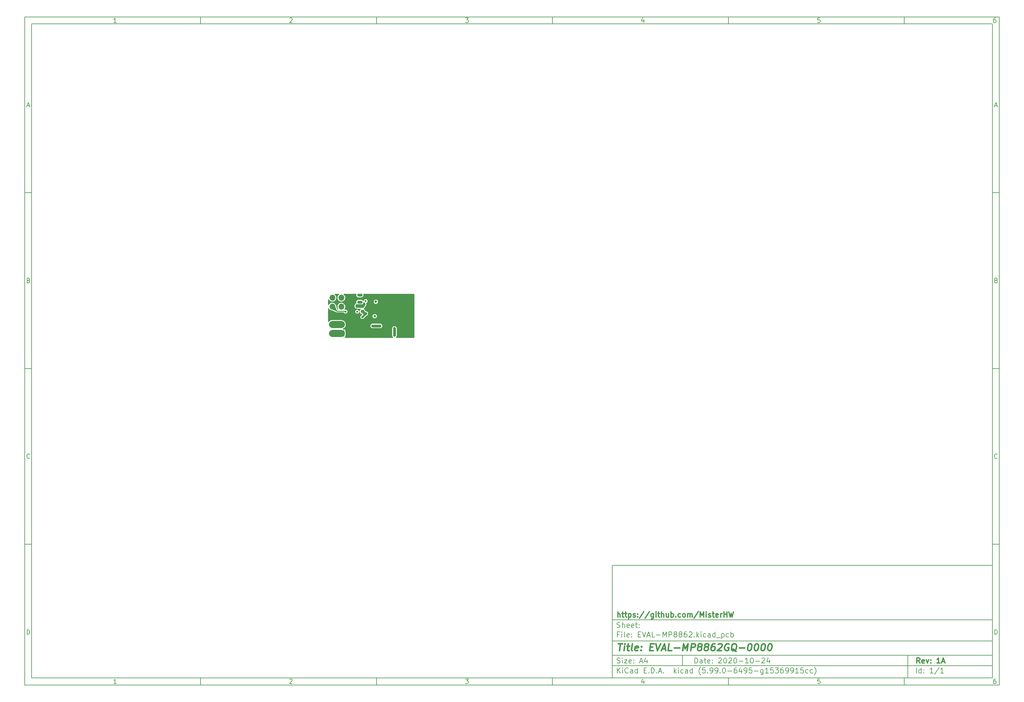
<source format=gbr>
G04 #@! TF.GenerationSoftware,KiCad,Pcbnew,(5.99.0-6495-g15369915cc)*
G04 #@! TF.CreationDate,2020-10-24T18:43:56+02:00*
G04 #@! TF.ProjectId,EVAL-MP8862,4556414c-2d4d-4503-9838-36322e6b6963,1A*
G04 #@! TF.SameCoordinates,Original*
G04 #@! TF.FileFunction,Copper,L4,Bot*
G04 #@! TF.FilePolarity,Positive*
%FSLAX46Y46*%
G04 Gerber Fmt 4.6, Leading zero omitted, Abs format (unit mm)*
G04 Created by KiCad (PCBNEW (5.99.0-6495-g15369915cc)) date 2020-10-24 18:43:56*
%MOMM*%
%LPD*%
G01*
G04 APERTURE LIST*
G04 Aperture macros list*
%AMRoundRect*
0 Rectangle with rounded corners*
0 $1 Rounding radius*
0 $2 $3 $4 $5 $6 $7 $8 $9 X,Y pos of 4 corners*
0 Add a 4 corners polygon primitive as box body*
4,1,4,$2,$3,$4,$5,$6,$7,$8,$9,$2,$3,0*
0 Add four circle primitives for the rounded corners*
1,1,$1+$1,$2,$3,0*
1,1,$1+$1,$4,$5,0*
1,1,$1+$1,$6,$7,0*
1,1,$1+$1,$8,$9,0*
0 Add four rect primitives between the rounded corners*
20,1,$1+$1,$2,$3,$4,$5,0*
20,1,$1+$1,$4,$5,$6,$7,0*
20,1,$1+$1,$6,$7,$8,$9,0*
20,1,$1+$1,$8,$9,$2,$3,0*%
G04 Aperture macros list end*
%ADD10C,0.100000*%
%ADD11C,0.150000*%
%ADD12C,0.300000*%
%ADD13C,0.400000*%
G04 #@! TA.AperFunction,ComponentPad*
%ADD14R,1.700000X1.700000*%
G04 #@! TD*
G04 #@! TA.AperFunction,ComponentPad*
%ADD15O,1.700000X1.700000*%
G04 #@! TD*
G04 #@! TA.AperFunction,SMDPad,CuDef*
%ADD16RoundRect,0.218750X0.218750X0.256250X-0.218750X0.256250X-0.218750X-0.256250X0.218750X-0.256250X0*%
G04 #@! TD*
G04 #@! TA.AperFunction,SMDPad,CuDef*
%ADD17RoundRect,0.218750X0.256250X-0.218750X0.256250X0.218750X-0.256250X0.218750X-0.256250X-0.218750X0*%
G04 #@! TD*
G04 #@! TA.AperFunction,ViaPad*
%ADD18C,0.700000*%
G04 #@! TD*
G04 #@! TA.AperFunction,ViaPad*
%ADD19C,0.800000*%
G04 #@! TD*
G04 #@! TA.AperFunction,ViaPad*
%ADD20C,0.600000*%
G04 #@! TD*
G04 #@! TA.AperFunction,Conductor*
%ADD21C,1.500000*%
G04 #@! TD*
G04 #@! TA.AperFunction,Conductor*
%ADD22C,0.800000*%
G04 #@! TD*
G04 #@! TA.AperFunction,Conductor*
%ADD23C,2.000000*%
G04 #@! TD*
G04 #@! TA.AperFunction,Conductor*
%ADD24C,0.250000*%
G04 #@! TD*
G04 #@! TA.AperFunction,Conductor*
%ADD25C,0.600000*%
G04 #@! TD*
G04 #@! TA.AperFunction,Conductor*
%ADD26C,1.000000*%
G04 #@! TD*
G04 APERTURE END LIST*
D10*
D11*
X177002200Y-166007200D02*
X177002200Y-198007200D01*
X285002200Y-198007200D01*
X285002200Y-166007200D01*
X177002200Y-166007200D01*
D10*
D11*
X10000000Y-10000000D02*
X10000000Y-200007200D01*
X287002200Y-200007200D01*
X287002200Y-10000000D01*
X10000000Y-10000000D01*
D10*
D11*
X12000000Y-12000000D02*
X12000000Y-198007200D01*
X285002200Y-198007200D01*
X285002200Y-12000000D01*
X12000000Y-12000000D01*
D10*
D11*
X60000000Y-12000000D02*
X60000000Y-10000000D01*
D10*
D11*
X110000000Y-12000000D02*
X110000000Y-10000000D01*
D10*
D11*
X160000000Y-12000000D02*
X160000000Y-10000000D01*
D10*
D11*
X210000000Y-12000000D02*
X210000000Y-10000000D01*
D10*
D11*
X260000000Y-12000000D02*
X260000000Y-10000000D01*
D10*
D11*
X36065476Y-11588095D02*
X35322619Y-11588095D01*
X35694047Y-11588095D02*
X35694047Y-10288095D01*
X35570238Y-10473809D01*
X35446428Y-10597619D01*
X35322619Y-10659523D01*
D10*
D11*
X85322619Y-10411904D02*
X85384523Y-10350000D01*
X85508333Y-10288095D01*
X85817857Y-10288095D01*
X85941666Y-10350000D01*
X86003571Y-10411904D01*
X86065476Y-10535714D01*
X86065476Y-10659523D01*
X86003571Y-10845238D01*
X85260714Y-11588095D01*
X86065476Y-11588095D01*
D10*
D11*
X135260714Y-10288095D02*
X136065476Y-10288095D01*
X135632142Y-10783333D01*
X135817857Y-10783333D01*
X135941666Y-10845238D01*
X136003571Y-10907142D01*
X136065476Y-11030952D01*
X136065476Y-11340476D01*
X136003571Y-11464285D01*
X135941666Y-11526190D01*
X135817857Y-11588095D01*
X135446428Y-11588095D01*
X135322619Y-11526190D01*
X135260714Y-11464285D01*
D10*
D11*
X185941666Y-10721428D02*
X185941666Y-11588095D01*
X185632142Y-10226190D02*
X185322619Y-11154761D01*
X186127380Y-11154761D01*
D10*
D11*
X236003571Y-10288095D02*
X235384523Y-10288095D01*
X235322619Y-10907142D01*
X235384523Y-10845238D01*
X235508333Y-10783333D01*
X235817857Y-10783333D01*
X235941666Y-10845238D01*
X236003571Y-10907142D01*
X236065476Y-11030952D01*
X236065476Y-11340476D01*
X236003571Y-11464285D01*
X235941666Y-11526190D01*
X235817857Y-11588095D01*
X235508333Y-11588095D01*
X235384523Y-11526190D01*
X235322619Y-11464285D01*
D10*
D11*
X285941666Y-10288095D02*
X285694047Y-10288095D01*
X285570238Y-10350000D01*
X285508333Y-10411904D01*
X285384523Y-10597619D01*
X285322619Y-10845238D01*
X285322619Y-11340476D01*
X285384523Y-11464285D01*
X285446428Y-11526190D01*
X285570238Y-11588095D01*
X285817857Y-11588095D01*
X285941666Y-11526190D01*
X286003571Y-11464285D01*
X286065476Y-11340476D01*
X286065476Y-11030952D01*
X286003571Y-10907142D01*
X285941666Y-10845238D01*
X285817857Y-10783333D01*
X285570238Y-10783333D01*
X285446428Y-10845238D01*
X285384523Y-10907142D01*
X285322619Y-11030952D01*
D10*
D11*
X60000000Y-198007200D02*
X60000000Y-200007200D01*
D10*
D11*
X110000000Y-198007200D02*
X110000000Y-200007200D01*
D10*
D11*
X160000000Y-198007200D02*
X160000000Y-200007200D01*
D10*
D11*
X210000000Y-198007200D02*
X210000000Y-200007200D01*
D10*
D11*
X260000000Y-198007200D02*
X260000000Y-200007200D01*
D10*
D11*
X36065476Y-199595295D02*
X35322619Y-199595295D01*
X35694047Y-199595295D02*
X35694047Y-198295295D01*
X35570238Y-198481009D01*
X35446428Y-198604819D01*
X35322619Y-198666723D01*
D10*
D11*
X85322619Y-198419104D02*
X85384523Y-198357200D01*
X85508333Y-198295295D01*
X85817857Y-198295295D01*
X85941666Y-198357200D01*
X86003571Y-198419104D01*
X86065476Y-198542914D01*
X86065476Y-198666723D01*
X86003571Y-198852438D01*
X85260714Y-199595295D01*
X86065476Y-199595295D01*
D10*
D11*
X135260714Y-198295295D02*
X136065476Y-198295295D01*
X135632142Y-198790533D01*
X135817857Y-198790533D01*
X135941666Y-198852438D01*
X136003571Y-198914342D01*
X136065476Y-199038152D01*
X136065476Y-199347676D01*
X136003571Y-199471485D01*
X135941666Y-199533390D01*
X135817857Y-199595295D01*
X135446428Y-199595295D01*
X135322619Y-199533390D01*
X135260714Y-199471485D01*
D10*
D11*
X185941666Y-198728628D02*
X185941666Y-199595295D01*
X185632142Y-198233390D02*
X185322619Y-199161961D01*
X186127380Y-199161961D01*
D10*
D11*
X236003571Y-198295295D02*
X235384523Y-198295295D01*
X235322619Y-198914342D01*
X235384523Y-198852438D01*
X235508333Y-198790533D01*
X235817857Y-198790533D01*
X235941666Y-198852438D01*
X236003571Y-198914342D01*
X236065476Y-199038152D01*
X236065476Y-199347676D01*
X236003571Y-199471485D01*
X235941666Y-199533390D01*
X235817857Y-199595295D01*
X235508333Y-199595295D01*
X235384523Y-199533390D01*
X235322619Y-199471485D01*
D10*
D11*
X285941666Y-198295295D02*
X285694047Y-198295295D01*
X285570238Y-198357200D01*
X285508333Y-198419104D01*
X285384523Y-198604819D01*
X285322619Y-198852438D01*
X285322619Y-199347676D01*
X285384523Y-199471485D01*
X285446428Y-199533390D01*
X285570238Y-199595295D01*
X285817857Y-199595295D01*
X285941666Y-199533390D01*
X286003571Y-199471485D01*
X286065476Y-199347676D01*
X286065476Y-199038152D01*
X286003571Y-198914342D01*
X285941666Y-198852438D01*
X285817857Y-198790533D01*
X285570238Y-198790533D01*
X285446428Y-198852438D01*
X285384523Y-198914342D01*
X285322619Y-199038152D01*
D10*
D11*
X10000000Y-60000000D02*
X12000000Y-60000000D01*
D10*
D11*
X10000000Y-110000000D02*
X12000000Y-110000000D01*
D10*
D11*
X10000000Y-160000000D02*
X12000000Y-160000000D01*
D10*
D11*
X10690476Y-35216666D02*
X11309523Y-35216666D01*
X10566666Y-35588095D02*
X11000000Y-34288095D01*
X11433333Y-35588095D01*
D10*
D11*
X11092857Y-84907142D02*
X11278571Y-84969047D01*
X11340476Y-85030952D01*
X11402380Y-85154761D01*
X11402380Y-85340476D01*
X11340476Y-85464285D01*
X11278571Y-85526190D01*
X11154761Y-85588095D01*
X10659523Y-85588095D01*
X10659523Y-84288095D01*
X11092857Y-84288095D01*
X11216666Y-84350000D01*
X11278571Y-84411904D01*
X11340476Y-84535714D01*
X11340476Y-84659523D01*
X11278571Y-84783333D01*
X11216666Y-84845238D01*
X11092857Y-84907142D01*
X10659523Y-84907142D01*
D10*
D11*
X11402380Y-135464285D02*
X11340476Y-135526190D01*
X11154761Y-135588095D01*
X11030952Y-135588095D01*
X10845238Y-135526190D01*
X10721428Y-135402380D01*
X10659523Y-135278571D01*
X10597619Y-135030952D01*
X10597619Y-134845238D01*
X10659523Y-134597619D01*
X10721428Y-134473809D01*
X10845238Y-134350000D01*
X11030952Y-134288095D01*
X11154761Y-134288095D01*
X11340476Y-134350000D01*
X11402380Y-134411904D01*
D10*
D11*
X10659523Y-185588095D02*
X10659523Y-184288095D01*
X10969047Y-184288095D01*
X11154761Y-184350000D01*
X11278571Y-184473809D01*
X11340476Y-184597619D01*
X11402380Y-184845238D01*
X11402380Y-185030952D01*
X11340476Y-185278571D01*
X11278571Y-185402380D01*
X11154761Y-185526190D01*
X10969047Y-185588095D01*
X10659523Y-185588095D01*
D10*
D11*
X287002200Y-60000000D02*
X285002200Y-60000000D01*
D10*
D11*
X287002200Y-110000000D02*
X285002200Y-110000000D01*
D10*
D11*
X287002200Y-160000000D02*
X285002200Y-160000000D01*
D10*
D11*
X285692676Y-35216666D02*
X286311723Y-35216666D01*
X285568866Y-35588095D02*
X286002200Y-34288095D01*
X286435533Y-35588095D01*
D10*
D11*
X286095057Y-84907142D02*
X286280771Y-84969047D01*
X286342676Y-85030952D01*
X286404580Y-85154761D01*
X286404580Y-85340476D01*
X286342676Y-85464285D01*
X286280771Y-85526190D01*
X286156961Y-85588095D01*
X285661723Y-85588095D01*
X285661723Y-84288095D01*
X286095057Y-84288095D01*
X286218866Y-84350000D01*
X286280771Y-84411904D01*
X286342676Y-84535714D01*
X286342676Y-84659523D01*
X286280771Y-84783333D01*
X286218866Y-84845238D01*
X286095057Y-84907142D01*
X285661723Y-84907142D01*
D10*
D11*
X286404580Y-135464285D02*
X286342676Y-135526190D01*
X286156961Y-135588095D01*
X286033152Y-135588095D01*
X285847438Y-135526190D01*
X285723628Y-135402380D01*
X285661723Y-135278571D01*
X285599819Y-135030952D01*
X285599819Y-134845238D01*
X285661723Y-134597619D01*
X285723628Y-134473809D01*
X285847438Y-134350000D01*
X286033152Y-134288095D01*
X286156961Y-134288095D01*
X286342676Y-134350000D01*
X286404580Y-134411904D01*
D10*
D11*
X285661723Y-185588095D02*
X285661723Y-184288095D01*
X285971247Y-184288095D01*
X286156961Y-184350000D01*
X286280771Y-184473809D01*
X286342676Y-184597619D01*
X286404580Y-184845238D01*
X286404580Y-185030952D01*
X286342676Y-185278571D01*
X286280771Y-185402380D01*
X286156961Y-185526190D01*
X285971247Y-185588095D01*
X285661723Y-185588095D01*
D10*
D11*
X200434342Y-193785771D02*
X200434342Y-192285771D01*
X200791485Y-192285771D01*
X201005771Y-192357200D01*
X201148628Y-192500057D01*
X201220057Y-192642914D01*
X201291485Y-192928628D01*
X201291485Y-193142914D01*
X201220057Y-193428628D01*
X201148628Y-193571485D01*
X201005771Y-193714342D01*
X200791485Y-193785771D01*
X200434342Y-193785771D01*
X202577200Y-193785771D02*
X202577200Y-193000057D01*
X202505771Y-192857200D01*
X202362914Y-192785771D01*
X202077200Y-192785771D01*
X201934342Y-192857200D01*
X202577200Y-193714342D02*
X202434342Y-193785771D01*
X202077200Y-193785771D01*
X201934342Y-193714342D01*
X201862914Y-193571485D01*
X201862914Y-193428628D01*
X201934342Y-193285771D01*
X202077200Y-193214342D01*
X202434342Y-193214342D01*
X202577200Y-193142914D01*
X203077200Y-192785771D02*
X203648628Y-192785771D01*
X203291485Y-192285771D02*
X203291485Y-193571485D01*
X203362914Y-193714342D01*
X203505771Y-193785771D01*
X203648628Y-193785771D01*
X204720057Y-193714342D02*
X204577200Y-193785771D01*
X204291485Y-193785771D01*
X204148628Y-193714342D01*
X204077200Y-193571485D01*
X204077200Y-193000057D01*
X204148628Y-192857200D01*
X204291485Y-192785771D01*
X204577200Y-192785771D01*
X204720057Y-192857200D01*
X204791485Y-193000057D01*
X204791485Y-193142914D01*
X204077200Y-193285771D01*
X205434342Y-193642914D02*
X205505771Y-193714342D01*
X205434342Y-193785771D01*
X205362914Y-193714342D01*
X205434342Y-193642914D01*
X205434342Y-193785771D01*
X205434342Y-192857200D02*
X205505771Y-192928628D01*
X205434342Y-193000057D01*
X205362914Y-192928628D01*
X205434342Y-192857200D01*
X205434342Y-193000057D01*
X207220057Y-192428628D02*
X207291485Y-192357200D01*
X207434342Y-192285771D01*
X207791485Y-192285771D01*
X207934342Y-192357200D01*
X208005771Y-192428628D01*
X208077200Y-192571485D01*
X208077200Y-192714342D01*
X208005771Y-192928628D01*
X207148628Y-193785771D01*
X208077200Y-193785771D01*
X209005771Y-192285771D02*
X209148628Y-192285771D01*
X209291485Y-192357200D01*
X209362914Y-192428628D01*
X209434342Y-192571485D01*
X209505771Y-192857200D01*
X209505771Y-193214342D01*
X209434342Y-193500057D01*
X209362914Y-193642914D01*
X209291485Y-193714342D01*
X209148628Y-193785771D01*
X209005771Y-193785771D01*
X208862914Y-193714342D01*
X208791485Y-193642914D01*
X208720057Y-193500057D01*
X208648628Y-193214342D01*
X208648628Y-192857200D01*
X208720057Y-192571485D01*
X208791485Y-192428628D01*
X208862914Y-192357200D01*
X209005771Y-192285771D01*
X210077200Y-192428628D02*
X210148628Y-192357200D01*
X210291485Y-192285771D01*
X210648628Y-192285771D01*
X210791485Y-192357200D01*
X210862914Y-192428628D01*
X210934342Y-192571485D01*
X210934342Y-192714342D01*
X210862914Y-192928628D01*
X210005771Y-193785771D01*
X210934342Y-193785771D01*
X211862914Y-192285771D02*
X212005771Y-192285771D01*
X212148628Y-192357200D01*
X212220057Y-192428628D01*
X212291485Y-192571485D01*
X212362914Y-192857200D01*
X212362914Y-193214342D01*
X212291485Y-193500057D01*
X212220057Y-193642914D01*
X212148628Y-193714342D01*
X212005771Y-193785771D01*
X211862914Y-193785771D01*
X211720057Y-193714342D01*
X211648628Y-193642914D01*
X211577200Y-193500057D01*
X211505771Y-193214342D01*
X211505771Y-192857200D01*
X211577200Y-192571485D01*
X211648628Y-192428628D01*
X211720057Y-192357200D01*
X211862914Y-192285771D01*
X213005771Y-193214342D02*
X214148628Y-193214342D01*
X215648628Y-193785771D02*
X214791485Y-193785771D01*
X215220057Y-193785771D02*
X215220057Y-192285771D01*
X215077200Y-192500057D01*
X214934342Y-192642914D01*
X214791485Y-192714342D01*
X216577200Y-192285771D02*
X216720057Y-192285771D01*
X216862914Y-192357200D01*
X216934342Y-192428628D01*
X217005771Y-192571485D01*
X217077200Y-192857200D01*
X217077200Y-193214342D01*
X217005771Y-193500057D01*
X216934342Y-193642914D01*
X216862914Y-193714342D01*
X216720057Y-193785771D01*
X216577200Y-193785771D01*
X216434342Y-193714342D01*
X216362914Y-193642914D01*
X216291485Y-193500057D01*
X216220057Y-193214342D01*
X216220057Y-192857200D01*
X216291485Y-192571485D01*
X216362914Y-192428628D01*
X216434342Y-192357200D01*
X216577200Y-192285771D01*
X217720057Y-193214342D02*
X218862914Y-193214342D01*
X219505771Y-192428628D02*
X219577200Y-192357200D01*
X219720057Y-192285771D01*
X220077200Y-192285771D01*
X220220057Y-192357200D01*
X220291485Y-192428628D01*
X220362914Y-192571485D01*
X220362914Y-192714342D01*
X220291485Y-192928628D01*
X219434342Y-193785771D01*
X220362914Y-193785771D01*
X221648628Y-192785771D02*
X221648628Y-193785771D01*
X221291485Y-192214342D02*
X220934342Y-193285771D01*
X221862914Y-193285771D01*
D10*
D11*
X177002200Y-194507200D02*
X285002200Y-194507200D01*
D10*
D11*
X178434342Y-196585771D02*
X178434342Y-195085771D01*
X179291485Y-196585771D02*
X178648628Y-195728628D01*
X179291485Y-195085771D02*
X178434342Y-195942914D01*
X179934342Y-196585771D02*
X179934342Y-195585771D01*
X179934342Y-195085771D02*
X179862914Y-195157200D01*
X179934342Y-195228628D01*
X180005771Y-195157200D01*
X179934342Y-195085771D01*
X179934342Y-195228628D01*
X181505771Y-196442914D02*
X181434342Y-196514342D01*
X181220057Y-196585771D01*
X181077200Y-196585771D01*
X180862914Y-196514342D01*
X180720057Y-196371485D01*
X180648628Y-196228628D01*
X180577200Y-195942914D01*
X180577200Y-195728628D01*
X180648628Y-195442914D01*
X180720057Y-195300057D01*
X180862914Y-195157200D01*
X181077200Y-195085771D01*
X181220057Y-195085771D01*
X181434342Y-195157200D01*
X181505771Y-195228628D01*
X182791485Y-196585771D02*
X182791485Y-195800057D01*
X182720057Y-195657200D01*
X182577200Y-195585771D01*
X182291485Y-195585771D01*
X182148628Y-195657200D01*
X182791485Y-196514342D02*
X182648628Y-196585771D01*
X182291485Y-196585771D01*
X182148628Y-196514342D01*
X182077200Y-196371485D01*
X182077200Y-196228628D01*
X182148628Y-196085771D01*
X182291485Y-196014342D01*
X182648628Y-196014342D01*
X182791485Y-195942914D01*
X184148628Y-196585771D02*
X184148628Y-195085771D01*
X184148628Y-196514342D02*
X184005771Y-196585771D01*
X183720057Y-196585771D01*
X183577200Y-196514342D01*
X183505771Y-196442914D01*
X183434342Y-196300057D01*
X183434342Y-195871485D01*
X183505771Y-195728628D01*
X183577200Y-195657200D01*
X183720057Y-195585771D01*
X184005771Y-195585771D01*
X184148628Y-195657200D01*
X186005771Y-195800057D02*
X186505771Y-195800057D01*
X186720057Y-196585771D02*
X186005771Y-196585771D01*
X186005771Y-195085771D01*
X186720057Y-195085771D01*
X187362914Y-196442914D02*
X187434342Y-196514342D01*
X187362914Y-196585771D01*
X187291485Y-196514342D01*
X187362914Y-196442914D01*
X187362914Y-196585771D01*
X188077200Y-196585771D02*
X188077200Y-195085771D01*
X188434342Y-195085771D01*
X188648628Y-195157200D01*
X188791485Y-195300057D01*
X188862914Y-195442914D01*
X188934342Y-195728628D01*
X188934342Y-195942914D01*
X188862914Y-196228628D01*
X188791485Y-196371485D01*
X188648628Y-196514342D01*
X188434342Y-196585771D01*
X188077200Y-196585771D01*
X189577200Y-196442914D02*
X189648628Y-196514342D01*
X189577200Y-196585771D01*
X189505771Y-196514342D01*
X189577200Y-196442914D01*
X189577200Y-196585771D01*
X190220057Y-196157200D02*
X190934342Y-196157200D01*
X190077200Y-196585771D02*
X190577200Y-195085771D01*
X191077200Y-196585771D01*
X191577200Y-196442914D02*
X191648628Y-196514342D01*
X191577200Y-196585771D01*
X191505771Y-196514342D01*
X191577200Y-196442914D01*
X191577200Y-196585771D01*
X194577200Y-196585771D02*
X194577200Y-195085771D01*
X194720057Y-196014342D02*
X195148628Y-196585771D01*
X195148628Y-195585771D02*
X194577200Y-196157200D01*
X195791485Y-196585771D02*
X195791485Y-195585771D01*
X195791485Y-195085771D02*
X195720057Y-195157200D01*
X195791485Y-195228628D01*
X195862914Y-195157200D01*
X195791485Y-195085771D01*
X195791485Y-195228628D01*
X197148628Y-196514342D02*
X197005771Y-196585771D01*
X196720057Y-196585771D01*
X196577200Y-196514342D01*
X196505771Y-196442914D01*
X196434342Y-196300057D01*
X196434342Y-195871485D01*
X196505771Y-195728628D01*
X196577200Y-195657200D01*
X196720057Y-195585771D01*
X197005771Y-195585771D01*
X197148628Y-195657200D01*
X198434342Y-196585771D02*
X198434342Y-195800057D01*
X198362914Y-195657200D01*
X198220057Y-195585771D01*
X197934342Y-195585771D01*
X197791485Y-195657200D01*
X198434342Y-196514342D02*
X198291485Y-196585771D01*
X197934342Y-196585771D01*
X197791485Y-196514342D01*
X197720057Y-196371485D01*
X197720057Y-196228628D01*
X197791485Y-196085771D01*
X197934342Y-196014342D01*
X198291485Y-196014342D01*
X198434342Y-195942914D01*
X199791485Y-196585771D02*
X199791485Y-195085771D01*
X199791485Y-196514342D02*
X199648628Y-196585771D01*
X199362914Y-196585771D01*
X199220057Y-196514342D01*
X199148628Y-196442914D01*
X199077200Y-196300057D01*
X199077200Y-195871485D01*
X199148628Y-195728628D01*
X199220057Y-195657200D01*
X199362914Y-195585771D01*
X199648628Y-195585771D01*
X199791485Y-195657200D01*
X202077200Y-197157200D02*
X202005771Y-197085771D01*
X201862914Y-196871485D01*
X201791485Y-196728628D01*
X201720057Y-196514342D01*
X201648628Y-196157200D01*
X201648628Y-195871485D01*
X201720057Y-195514342D01*
X201791485Y-195300057D01*
X201862914Y-195157200D01*
X202005771Y-194942914D01*
X202077200Y-194871485D01*
X203362914Y-195085771D02*
X202648628Y-195085771D01*
X202577200Y-195800057D01*
X202648628Y-195728628D01*
X202791485Y-195657200D01*
X203148628Y-195657200D01*
X203291485Y-195728628D01*
X203362914Y-195800057D01*
X203434342Y-195942914D01*
X203434342Y-196300057D01*
X203362914Y-196442914D01*
X203291485Y-196514342D01*
X203148628Y-196585771D01*
X202791485Y-196585771D01*
X202648628Y-196514342D01*
X202577200Y-196442914D01*
X204077200Y-196442914D02*
X204148628Y-196514342D01*
X204077200Y-196585771D01*
X204005771Y-196514342D01*
X204077200Y-196442914D01*
X204077200Y-196585771D01*
X204862914Y-196585771D02*
X205148628Y-196585771D01*
X205291485Y-196514342D01*
X205362914Y-196442914D01*
X205505771Y-196228628D01*
X205577200Y-195942914D01*
X205577200Y-195371485D01*
X205505771Y-195228628D01*
X205434342Y-195157200D01*
X205291485Y-195085771D01*
X205005771Y-195085771D01*
X204862914Y-195157200D01*
X204791485Y-195228628D01*
X204720057Y-195371485D01*
X204720057Y-195728628D01*
X204791485Y-195871485D01*
X204862914Y-195942914D01*
X205005771Y-196014342D01*
X205291485Y-196014342D01*
X205434342Y-195942914D01*
X205505771Y-195871485D01*
X205577200Y-195728628D01*
X206291485Y-196585771D02*
X206577200Y-196585771D01*
X206720057Y-196514342D01*
X206791485Y-196442914D01*
X206934342Y-196228628D01*
X207005771Y-195942914D01*
X207005771Y-195371485D01*
X206934342Y-195228628D01*
X206862914Y-195157200D01*
X206720057Y-195085771D01*
X206434342Y-195085771D01*
X206291485Y-195157200D01*
X206220057Y-195228628D01*
X206148628Y-195371485D01*
X206148628Y-195728628D01*
X206220057Y-195871485D01*
X206291485Y-195942914D01*
X206434342Y-196014342D01*
X206720057Y-196014342D01*
X206862914Y-195942914D01*
X206934342Y-195871485D01*
X207005771Y-195728628D01*
X207648628Y-196442914D02*
X207720057Y-196514342D01*
X207648628Y-196585771D01*
X207577200Y-196514342D01*
X207648628Y-196442914D01*
X207648628Y-196585771D01*
X208648628Y-195085771D02*
X208791485Y-195085771D01*
X208934342Y-195157200D01*
X209005771Y-195228628D01*
X209077200Y-195371485D01*
X209148628Y-195657200D01*
X209148628Y-196014342D01*
X209077200Y-196300057D01*
X209005771Y-196442914D01*
X208934342Y-196514342D01*
X208791485Y-196585771D01*
X208648628Y-196585771D01*
X208505771Y-196514342D01*
X208434342Y-196442914D01*
X208362914Y-196300057D01*
X208291485Y-196014342D01*
X208291485Y-195657200D01*
X208362914Y-195371485D01*
X208434342Y-195228628D01*
X208505771Y-195157200D01*
X208648628Y-195085771D01*
X209791485Y-196014342D02*
X210934342Y-196014342D01*
X212291485Y-195085771D02*
X212005771Y-195085771D01*
X211862914Y-195157200D01*
X211791485Y-195228628D01*
X211648628Y-195442914D01*
X211577200Y-195728628D01*
X211577200Y-196300057D01*
X211648628Y-196442914D01*
X211720057Y-196514342D01*
X211862914Y-196585771D01*
X212148628Y-196585771D01*
X212291485Y-196514342D01*
X212362914Y-196442914D01*
X212434342Y-196300057D01*
X212434342Y-195942914D01*
X212362914Y-195800057D01*
X212291485Y-195728628D01*
X212148628Y-195657200D01*
X211862914Y-195657200D01*
X211720057Y-195728628D01*
X211648628Y-195800057D01*
X211577200Y-195942914D01*
X213720057Y-195585771D02*
X213720057Y-196585771D01*
X213362914Y-195014342D02*
X213005771Y-196085771D01*
X213934342Y-196085771D01*
X214577200Y-196585771D02*
X214862914Y-196585771D01*
X215005771Y-196514342D01*
X215077200Y-196442914D01*
X215220057Y-196228628D01*
X215291485Y-195942914D01*
X215291485Y-195371485D01*
X215220057Y-195228628D01*
X215148628Y-195157200D01*
X215005771Y-195085771D01*
X214720057Y-195085771D01*
X214577200Y-195157200D01*
X214505771Y-195228628D01*
X214434342Y-195371485D01*
X214434342Y-195728628D01*
X214505771Y-195871485D01*
X214577200Y-195942914D01*
X214720057Y-196014342D01*
X215005771Y-196014342D01*
X215148628Y-195942914D01*
X215220057Y-195871485D01*
X215291485Y-195728628D01*
X216648628Y-195085771D02*
X215934342Y-195085771D01*
X215862914Y-195800057D01*
X215934342Y-195728628D01*
X216077200Y-195657200D01*
X216434342Y-195657200D01*
X216577200Y-195728628D01*
X216648628Y-195800057D01*
X216720057Y-195942914D01*
X216720057Y-196300057D01*
X216648628Y-196442914D01*
X216577200Y-196514342D01*
X216434342Y-196585771D01*
X216077200Y-196585771D01*
X215934342Y-196514342D01*
X215862914Y-196442914D01*
X217362914Y-196014342D02*
X218505771Y-196014342D01*
X219862914Y-195585771D02*
X219862914Y-196800057D01*
X219791485Y-196942914D01*
X219720057Y-197014342D01*
X219577200Y-197085771D01*
X219362914Y-197085771D01*
X219220057Y-197014342D01*
X219862914Y-196514342D02*
X219720057Y-196585771D01*
X219434342Y-196585771D01*
X219291485Y-196514342D01*
X219220057Y-196442914D01*
X219148628Y-196300057D01*
X219148628Y-195871485D01*
X219220057Y-195728628D01*
X219291485Y-195657200D01*
X219434342Y-195585771D01*
X219720057Y-195585771D01*
X219862914Y-195657200D01*
X221362914Y-196585771D02*
X220505771Y-196585771D01*
X220934342Y-196585771D02*
X220934342Y-195085771D01*
X220791485Y-195300057D01*
X220648628Y-195442914D01*
X220505771Y-195514342D01*
X222720057Y-195085771D02*
X222005771Y-195085771D01*
X221934342Y-195800057D01*
X222005771Y-195728628D01*
X222148628Y-195657200D01*
X222505771Y-195657200D01*
X222648628Y-195728628D01*
X222720057Y-195800057D01*
X222791485Y-195942914D01*
X222791485Y-196300057D01*
X222720057Y-196442914D01*
X222648628Y-196514342D01*
X222505771Y-196585771D01*
X222148628Y-196585771D01*
X222005771Y-196514342D01*
X221934342Y-196442914D01*
X223291485Y-195085771D02*
X224220057Y-195085771D01*
X223720057Y-195657200D01*
X223934342Y-195657200D01*
X224077200Y-195728628D01*
X224148628Y-195800057D01*
X224220057Y-195942914D01*
X224220057Y-196300057D01*
X224148628Y-196442914D01*
X224077200Y-196514342D01*
X223934342Y-196585771D01*
X223505771Y-196585771D01*
X223362914Y-196514342D01*
X223291485Y-196442914D01*
X225505771Y-195085771D02*
X225220057Y-195085771D01*
X225077200Y-195157200D01*
X225005771Y-195228628D01*
X224862914Y-195442914D01*
X224791485Y-195728628D01*
X224791485Y-196300057D01*
X224862914Y-196442914D01*
X224934342Y-196514342D01*
X225077200Y-196585771D01*
X225362914Y-196585771D01*
X225505771Y-196514342D01*
X225577200Y-196442914D01*
X225648628Y-196300057D01*
X225648628Y-195942914D01*
X225577200Y-195800057D01*
X225505771Y-195728628D01*
X225362914Y-195657200D01*
X225077200Y-195657200D01*
X224934342Y-195728628D01*
X224862914Y-195800057D01*
X224791485Y-195942914D01*
X226362914Y-196585771D02*
X226648628Y-196585771D01*
X226791485Y-196514342D01*
X226862914Y-196442914D01*
X227005771Y-196228628D01*
X227077199Y-195942914D01*
X227077199Y-195371485D01*
X227005771Y-195228628D01*
X226934342Y-195157200D01*
X226791485Y-195085771D01*
X226505771Y-195085771D01*
X226362914Y-195157200D01*
X226291485Y-195228628D01*
X226220057Y-195371485D01*
X226220057Y-195728628D01*
X226291485Y-195871485D01*
X226362914Y-195942914D01*
X226505771Y-196014342D01*
X226791485Y-196014342D01*
X226934342Y-195942914D01*
X227005771Y-195871485D01*
X227077199Y-195728628D01*
X227791485Y-196585771D02*
X228077199Y-196585771D01*
X228220057Y-196514342D01*
X228291485Y-196442914D01*
X228434342Y-196228628D01*
X228505771Y-195942914D01*
X228505771Y-195371485D01*
X228434342Y-195228628D01*
X228362914Y-195157200D01*
X228220057Y-195085771D01*
X227934342Y-195085771D01*
X227791485Y-195157200D01*
X227720057Y-195228628D01*
X227648628Y-195371485D01*
X227648628Y-195728628D01*
X227720057Y-195871485D01*
X227791485Y-195942914D01*
X227934342Y-196014342D01*
X228220057Y-196014342D01*
X228362914Y-195942914D01*
X228434342Y-195871485D01*
X228505771Y-195728628D01*
X229934342Y-196585771D02*
X229077199Y-196585771D01*
X229505771Y-196585771D02*
X229505771Y-195085771D01*
X229362914Y-195300057D01*
X229220057Y-195442914D01*
X229077199Y-195514342D01*
X231291485Y-195085771D02*
X230577199Y-195085771D01*
X230505771Y-195800057D01*
X230577199Y-195728628D01*
X230720057Y-195657200D01*
X231077199Y-195657200D01*
X231220057Y-195728628D01*
X231291485Y-195800057D01*
X231362914Y-195942914D01*
X231362914Y-196300057D01*
X231291485Y-196442914D01*
X231220057Y-196514342D01*
X231077199Y-196585771D01*
X230720057Y-196585771D01*
X230577199Y-196514342D01*
X230505771Y-196442914D01*
X232648628Y-196514342D02*
X232505771Y-196585771D01*
X232220057Y-196585771D01*
X232077199Y-196514342D01*
X232005771Y-196442914D01*
X231934342Y-196300057D01*
X231934342Y-195871485D01*
X232005771Y-195728628D01*
X232077199Y-195657200D01*
X232220057Y-195585771D01*
X232505771Y-195585771D01*
X232648628Y-195657200D01*
X233934342Y-196514342D02*
X233791485Y-196585771D01*
X233505771Y-196585771D01*
X233362914Y-196514342D01*
X233291485Y-196442914D01*
X233220057Y-196300057D01*
X233220057Y-195871485D01*
X233291485Y-195728628D01*
X233362914Y-195657200D01*
X233505771Y-195585771D01*
X233791485Y-195585771D01*
X233934342Y-195657200D01*
X234434342Y-197157200D02*
X234505771Y-197085771D01*
X234648628Y-196871485D01*
X234720057Y-196728628D01*
X234791485Y-196514342D01*
X234862914Y-196157200D01*
X234862914Y-195871485D01*
X234791485Y-195514342D01*
X234720057Y-195300057D01*
X234648628Y-195157200D01*
X234505771Y-194942914D01*
X234434342Y-194871485D01*
D10*
D11*
X177002200Y-191507200D02*
X285002200Y-191507200D01*
D10*
D12*
X264411485Y-193785771D02*
X263911485Y-193071485D01*
X263554342Y-193785771D02*
X263554342Y-192285771D01*
X264125771Y-192285771D01*
X264268628Y-192357200D01*
X264340057Y-192428628D01*
X264411485Y-192571485D01*
X264411485Y-192785771D01*
X264340057Y-192928628D01*
X264268628Y-193000057D01*
X264125771Y-193071485D01*
X263554342Y-193071485D01*
X265625771Y-193714342D02*
X265482914Y-193785771D01*
X265197200Y-193785771D01*
X265054342Y-193714342D01*
X264982914Y-193571485D01*
X264982914Y-193000057D01*
X265054342Y-192857200D01*
X265197200Y-192785771D01*
X265482914Y-192785771D01*
X265625771Y-192857200D01*
X265697200Y-193000057D01*
X265697200Y-193142914D01*
X264982914Y-193285771D01*
X266197200Y-192785771D02*
X266554342Y-193785771D01*
X266911485Y-192785771D01*
X267482914Y-193642914D02*
X267554342Y-193714342D01*
X267482914Y-193785771D01*
X267411485Y-193714342D01*
X267482914Y-193642914D01*
X267482914Y-193785771D01*
X267482914Y-192857200D02*
X267554342Y-192928628D01*
X267482914Y-193000057D01*
X267411485Y-192928628D01*
X267482914Y-192857200D01*
X267482914Y-193000057D01*
X270125771Y-193785771D02*
X269268628Y-193785771D01*
X269697200Y-193785771D02*
X269697200Y-192285771D01*
X269554342Y-192500057D01*
X269411485Y-192642914D01*
X269268628Y-192714342D01*
X270697200Y-193357200D02*
X271411485Y-193357200D01*
X270554342Y-193785771D02*
X271054342Y-192285771D01*
X271554342Y-193785771D01*
D10*
D11*
X178362914Y-193714342D02*
X178577200Y-193785771D01*
X178934342Y-193785771D01*
X179077200Y-193714342D01*
X179148628Y-193642914D01*
X179220057Y-193500057D01*
X179220057Y-193357200D01*
X179148628Y-193214342D01*
X179077200Y-193142914D01*
X178934342Y-193071485D01*
X178648628Y-193000057D01*
X178505771Y-192928628D01*
X178434342Y-192857200D01*
X178362914Y-192714342D01*
X178362914Y-192571485D01*
X178434342Y-192428628D01*
X178505771Y-192357200D01*
X178648628Y-192285771D01*
X179005771Y-192285771D01*
X179220057Y-192357200D01*
X179862914Y-193785771D02*
X179862914Y-192785771D01*
X179862914Y-192285771D02*
X179791485Y-192357200D01*
X179862914Y-192428628D01*
X179934342Y-192357200D01*
X179862914Y-192285771D01*
X179862914Y-192428628D01*
X180434342Y-192785771D02*
X181220057Y-192785771D01*
X180434342Y-193785771D01*
X181220057Y-193785771D01*
X182362914Y-193714342D02*
X182220057Y-193785771D01*
X181934342Y-193785771D01*
X181791485Y-193714342D01*
X181720057Y-193571485D01*
X181720057Y-193000057D01*
X181791485Y-192857200D01*
X181934342Y-192785771D01*
X182220057Y-192785771D01*
X182362914Y-192857200D01*
X182434342Y-193000057D01*
X182434342Y-193142914D01*
X181720057Y-193285771D01*
X183077200Y-193642914D02*
X183148628Y-193714342D01*
X183077200Y-193785771D01*
X183005771Y-193714342D01*
X183077200Y-193642914D01*
X183077200Y-193785771D01*
X183077200Y-192857200D02*
X183148628Y-192928628D01*
X183077200Y-193000057D01*
X183005771Y-192928628D01*
X183077200Y-192857200D01*
X183077200Y-193000057D01*
X184862914Y-193357200D02*
X185577200Y-193357200D01*
X184720057Y-193785771D02*
X185220057Y-192285771D01*
X185720057Y-193785771D01*
X186862914Y-192785771D02*
X186862914Y-193785771D01*
X186505771Y-192214342D02*
X186148628Y-193285771D01*
X187077200Y-193285771D01*
D10*
D11*
X263434342Y-196585771D02*
X263434342Y-195085771D01*
X264791485Y-196585771D02*
X264791485Y-195085771D01*
X264791485Y-196514342D02*
X264648628Y-196585771D01*
X264362914Y-196585771D01*
X264220057Y-196514342D01*
X264148628Y-196442914D01*
X264077200Y-196300057D01*
X264077200Y-195871485D01*
X264148628Y-195728628D01*
X264220057Y-195657200D01*
X264362914Y-195585771D01*
X264648628Y-195585771D01*
X264791485Y-195657200D01*
X265505771Y-196442914D02*
X265577200Y-196514342D01*
X265505771Y-196585771D01*
X265434342Y-196514342D01*
X265505771Y-196442914D01*
X265505771Y-196585771D01*
X265505771Y-195657200D02*
X265577200Y-195728628D01*
X265505771Y-195800057D01*
X265434342Y-195728628D01*
X265505771Y-195657200D01*
X265505771Y-195800057D01*
X268148628Y-196585771D02*
X267291485Y-196585771D01*
X267720057Y-196585771D02*
X267720057Y-195085771D01*
X267577200Y-195300057D01*
X267434342Y-195442914D01*
X267291485Y-195514342D01*
X269862914Y-195014342D02*
X268577200Y-196942914D01*
X271148628Y-196585771D02*
X270291485Y-196585771D01*
X270720057Y-196585771D02*
X270720057Y-195085771D01*
X270577200Y-195300057D01*
X270434342Y-195442914D01*
X270291485Y-195514342D01*
D10*
D11*
X177002200Y-187507200D02*
X285002200Y-187507200D01*
D10*
D13*
X178714580Y-188211961D02*
X179857438Y-188211961D01*
X179036009Y-190211961D02*
X179286009Y-188211961D01*
X180274104Y-190211961D02*
X180440771Y-188878628D01*
X180524104Y-188211961D02*
X180416961Y-188307200D01*
X180500295Y-188402438D01*
X180607438Y-188307200D01*
X180524104Y-188211961D01*
X180500295Y-188402438D01*
X181107438Y-188878628D02*
X181869342Y-188878628D01*
X181476485Y-188211961D02*
X181262200Y-189926247D01*
X181333628Y-190116723D01*
X181512200Y-190211961D01*
X181702676Y-190211961D01*
X182655057Y-190211961D02*
X182476485Y-190116723D01*
X182405057Y-189926247D01*
X182619342Y-188211961D01*
X184190771Y-190116723D02*
X183988390Y-190211961D01*
X183607438Y-190211961D01*
X183428866Y-190116723D01*
X183357438Y-189926247D01*
X183452676Y-189164342D01*
X183571723Y-188973866D01*
X183774104Y-188878628D01*
X184155057Y-188878628D01*
X184333628Y-188973866D01*
X184405057Y-189164342D01*
X184381247Y-189354819D01*
X183405057Y-189545295D01*
X185155057Y-190021485D02*
X185238390Y-190116723D01*
X185131247Y-190211961D01*
X185047914Y-190116723D01*
X185155057Y-190021485D01*
X185131247Y-190211961D01*
X185286009Y-188973866D02*
X185369342Y-189069104D01*
X185262200Y-189164342D01*
X185178866Y-189069104D01*
X185286009Y-188973866D01*
X185262200Y-189164342D01*
X187738390Y-189164342D02*
X188405057Y-189164342D01*
X188559819Y-190211961D02*
X187607438Y-190211961D01*
X187857438Y-188211961D01*
X188809819Y-188211961D01*
X189381247Y-188211961D02*
X189797914Y-190211961D01*
X190714580Y-188211961D01*
X191107438Y-189640533D02*
X192059819Y-189640533D01*
X190845533Y-190211961D02*
X191762200Y-188211961D01*
X192178866Y-190211961D01*
X193797914Y-190211961D02*
X192845533Y-190211961D01*
X193095533Y-188211961D01*
X194559819Y-189450057D02*
X196083628Y-189450057D01*
X196940771Y-190211961D02*
X197190771Y-188211961D01*
X197678866Y-189640533D01*
X198524104Y-188211961D01*
X198274104Y-190211961D01*
X199226485Y-190211961D02*
X199476485Y-188211961D01*
X200238390Y-188211961D01*
X200416961Y-188307200D01*
X200500295Y-188402438D01*
X200571723Y-188592914D01*
X200536009Y-188878628D01*
X200416961Y-189069104D01*
X200309819Y-189164342D01*
X200107438Y-189259580D01*
X199345533Y-189259580D01*
X201655057Y-189069104D02*
X201476485Y-188973866D01*
X201393152Y-188878628D01*
X201321723Y-188688152D01*
X201333628Y-188592914D01*
X201452676Y-188402438D01*
X201559819Y-188307200D01*
X201762200Y-188211961D01*
X202143152Y-188211961D01*
X202321723Y-188307200D01*
X202405057Y-188402438D01*
X202476485Y-188592914D01*
X202464580Y-188688152D01*
X202345533Y-188878628D01*
X202238390Y-188973866D01*
X202036009Y-189069104D01*
X201655057Y-189069104D01*
X201452676Y-189164342D01*
X201345533Y-189259580D01*
X201226485Y-189450057D01*
X201178866Y-189831009D01*
X201250295Y-190021485D01*
X201333628Y-190116723D01*
X201512200Y-190211961D01*
X201893152Y-190211961D01*
X202095533Y-190116723D01*
X202202676Y-190021485D01*
X202321723Y-189831009D01*
X202369342Y-189450057D01*
X202297914Y-189259580D01*
X202214580Y-189164342D01*
X202036009Y-189069104D01*
X203559819Y-189069104D02*
X203381247Y-188973866D01*
X203297914Y-188878628D01*
X203226485Y-188688152D01*
X203238390Y-188592914D01*
X203357438Y-188402438D01*
X203464580Y-188307200D01*
X203666961Y-188211961D01*
X204047914Y-188211961D01*
X204226485Y-188307200D01*
X204309819Y-188402438D01*
X204381247Y-188592914D01*
X204369342Y-188688152D01*
X204250295Y-188878628D01*
X204143152Y-188973866D01*
X203940771Y-189069104D01*
X203559819Y-189069104D01*
X203357438Y-189164342D01*
X203250295Y-189259580D01*
X203131247Y-189450057D01*
X203083628Y-189831009D01*
X203155057Y-190021485D01*
X203238390Y-190116723D01*
X203416961Y-190211961D01*
X203797914Y-190211961D01*
X204000295Y-190116723D01*
X204107438Y-190021485D01*
X204226485Y-189831009D01*
X204274104Y-189450057D01*
X204202676Y-189259580D01*
X204119342Y-189164342D01*
X203940771Y-189069104D01*
X206143152Y-188211961D02*
X205762200Y-188211961D01*
X205559819Y-188307200D01*
X205452676Y-188402438D01*
X205226485Y-188688152D01*
X205083628Y-189069104D01*
X204988390Y-189831009D01*
X205059819Y-190021485D01*
X205143152Y-190116723D01*
X205321723Y-190211961D01*
X205702676Y-190211961D01*
X205905057Y-190116723D01*
X206012200Y-190021485D01*
X206131247Y-189831009D01*
X206190771Y-189354819D01*
X206119342Y-189164342D01*
X206036009Y-189069104D01*
X205857438Y-188973866D01*
X205476485Y-188973866D01*
X205274104Y-189069104D01*
X205166961Y-189164342D01*
X205047914Y-189354819D01*
X207071723Y-188402438D02*
X207178866Y-188307200D01*
X207381247Y-188211961D01*
X207857438Y-188211961D01*
X208036009Y-188307200D01*
X208119342Y-188402438D01*
X208190771Y-188592914D01*
X208166961Y-188783390D01*
X208036009Y-189069104D01*
X206750295Y-190211961D01*
X207988390Y-190211961D01*
X210131247Y-188307200D02*
X209952676Y-188211961D01*
X209666961Y-188211961D01*
X209369342Y-188307200D01*
X209155057Y-188497676D01*
X209036009Y-188688152D01*
X208893152Y-189069104D01*
X208857438Y-189354819D01*
X208905057Y-189735771D01*
X208976485Y-189926247D01*
X209143152Y-190116723D01*
X209416961Y-190211961D01*
X209607438Y-190211961D01*
X209905057Y-190116723D01*
X210012200Y-190021485D01*
X210095533Y-189354819D01*
X209714580Y-189354819D01*
X212155057Y-190402438D02*
X211976485Y-190307200D01*
X211809819Y-190116723D01*
X211559819Y-189831009D01*
X211381247Y-189735771D01*
X211190771Y-189735771D01*
X211226485Y-190211961D02*
X211047914Y-190116723D01*
X210881247Y-189926247D01*
X210833628Y-189545295D01*
X210916961Y-188878628D01*
X211059819Y-188497676D01*
X211274104Y-188307200D01*
X211476485Y-188211961D01*
X211857438Y-188211961D01*
X212036009Y-188307200D01*
X212202676Y-188497676D01*
X212250295Y-188878628D01*
X212166961Y-189545295D01*
X212024104Y-189926247D01*
X211809819Y-190116723D01*
X211607438Y-190211961D01*
X211226485Y-190211961D01*
X213036009Y-189450057D02*
X214559819Y-189450057D01*
X216047914Y-188211961D02*
X216238390Y-188211961D01*
X216416961Y-188307200D01*
X216500295Y-188402438D01*
X216571723Y-188592914D01*
X216619342Y-188973866D01*
X216559819Y-189450057D01*
X216416961Y-189831009D01*
X216297914Y-190021485D01*
X216190771Y-190116723D01*
X215988390Y-190211961D01*
X215797914Y-190211961D01*
X215619342Y-190116723D01*
X215536009Y-190021485D01*
X215464580Y-189831009D01*
X215416961Y-189450057D01*
X215476485Y-188973866D01*
X215619342Y-188592914D01*
X215738390Y-188402438D01*
X215845533Y-188307200D01*
X216047914Y-188211961D01*
X217952676Y-188211961D02*
X218143152Y-188211961D01*
X218321723Y-188307200D01*
X218405057Y-188402438D01*
X218476485Y-188592914D01*
X218524104Y-188973866D01*
X218464580Y-189450057D01*
X218321723Y-189831009D01*
X218202676Y-190021485D01*
X218095533Y-190116723D01*
X217893152Y-190211961D01*
X217702676Y-190211961D01*
X217524104Y-190116723D01*
X217440771Y-190021485D01*
X217369342Y-189831009D01*
X217321723Y-189450057D01*
X217381247Y-188973866D01*
X217524104Y-188592914D01*
X217643152Y-188402438D01*
X217750295Y-188307200D01*
X217952676Y-188211961D01*
X219857438Y-188211961D02*
X220047914Y-188211961D01*
X220226485Y-188307200D01*
X220309819Y-188402438D01*
X220381247Y-188592914D01*
X220428866Y-188973866D01*
X220369342Y-189450057D01*
X220226485Y-189831009D01*
X220107438Y-190021485D01*
X220000295Y-190116723D01*
X219797914Y-190211961D01*
X219607438Y-190211961D01*
X219428866Y-190116723D01*
X219345533Y-190021485D01*
X219274104Y-189831009D01*
X219226485Y-189450057D01*
X219286009Y-188973866D01*
X219428866Y-188592914D01*
X219547914Y-188402438D01*
X219655057Y-188307200D01*
X219857438Y-188211961D01*
X221762200Y-188211961D02*
X221952676Y-188211961D01*
X222131247Y-188307200D01*
X222214580Y-188402438D01*
X222286009Y-188592914D01*
X222333628Y-188973866D01*
X222274104Y-189450057D01*
X222131247Y-189831009D01*
X222012200Y-190021485D01*
X221905057Y-190116723D01*
X221702676Y-190211961D01*
X221512200Y-190211961D01*
X221333628Y-190116723D01*
X221250295Y-190021485D01*
X221178866Y-189831009D01*
X221131247Y-189450057D01*
X221190771Y-188973866D01*
X221333628Y-188592914D01*
X221452676Y-188402438D01*
X221559819Y-188307200D01*
X221762200Y-188211961D01*
D10*
D11*
X178934342Y-185600057D02*
X178434342Y-185600057D01*
X178434342Y-186385771D02*
X178434342Y-184885771D01*
X179148628Y-184885771D01*
X179720057Y-186385771D02*
X179720057Y-185385771D01*
X179720057Y-184885771D02*
X179648628Y-184957200D01*
X179720057Y-185028628D01*
X179791485Y-184957200D01*
X179720057Y-184885771D01*
X179720057Y-185028628D01*
X180648628Y-186385771D02*
X180505771Y-186314342D01*
X180434342Y-186171485D01*
X180434342Y-184885771D01*
X181791485Y-186314342D02*
X181648628Y-186385771D01*
X181362914Y-186385771D01*
X181220057Y-186314342D01*
X181148628Y-186171485D01*
X181148628Y-185600057D01*
X181220057Y-185457200D01*
X181362914Y-185385771D01*
X181648628Y-185385771D01*
X181791485Y-185457200D01*
X181862914Y-185600057D01*
X181862914Y-185742914D01*
X181148628Y-185885771D01*
X182505771Y-186242914D02*
X182577200Y-186314342D01*
X182505771Y-186385771D01*
X182434342Y-186314342D01*
X182505771Y-186242914D01*
X182505771Y-186385771D01*
X182505771Y-185457200D02*
X182577200Y-185528628D01*
X182505771Y-185600057D01*
X182434342Y-185528628D01*
X182505771Y-185457200D01*
X182505771Y-185600057D01*
X184362914Y-185600057D02*
X184862914Y-185600057D01*
X185077200Y-186385771D02*
X184362914Y-186385771D01*
X184362914Y-184885771D01*
X185077200Y-184885771D01*
X185505771Y-184885771D02*
X186005771Y-186385771D01*
X186505771Y-184885771D01*
X186934342Y-185957200D02*
X187648628Y-185957200D01*
X186791485Y-186385771D02*
X187291485Y-184885771D01*
X187791485Y-186385771D01*
X189005771Y-186385771D02*
X188291485Y-186385771D01*
X188291485Y-184885771D01*
X189505771Y-185814342D02*
X190648628Y-185814342D01*
X191362914Y-186385771D02*
X191362914Y-184885771D01*
X191862914Y-185957200D01*
X192362914Y-184885771D01*
X192362914Y-186385771D01*
X193077200Y-186385771D02*
X193077200Y-184885771D01*
X193648628Y-184885771D01*
X193791485Y-184957200D01*
X193862914Y-185028628D01*
X193934342Y-185171485D01*
X193934342Y-185385771D01*
X193862914Y-185528628D01*
X193791485Y-185600057D01*
X193648628Y-185671485D01*
X193077200Y-185671485D01*
X194791485Y-185528628D02*
X194648628Y-185457200D01*
X194577200Y-185385771D01*
X194505771Y-185242914D01*
X194505771Y-185171485D01*
X194577200Y-185028628D01*
X194648628Y-184957200D01*
X194791485Y-184885771D01*
X195077200Y-184885771D01*
X195220057Y-184957200D01*
X195291485Y-185028628D01*
X195362914Y-185171485D01*
X195362914Y-185242914D01*
X195291485Y-185385771D01*
X195220057Y-185457200D01*
X195077200Y-185528628D01*
X194791485Y-185528628D01*
X194648628Y-185600057D01*
X194577200Y-185671485D01*
X194505771Y-185814342D01*
X194505771Y-186100057D01*
X194577200Y-186242914D01*
X194648628Y-186314342D01*
X194791485Y-186385771D01*
X195077200Y-186385771D01*
X195220057Y-186314342D01*
X195291485Y-186242914D01*
X195362914Y-186100057D01*
X195362914Y-185814342D01*
X195291485Y-185671485D01*
X195220057Y-185600057D01*
X195077200Y-185528628D01*
X196220057Y-185528628D02*
X196077200Y-185457200D01*
X196005771Y-185385771D01*
X195934342Y-185242914D01*
X195934342Y-185171485D01*
X196005771Y-185028628D01*
X196077200Y-184957200D01*
X196220057Y-184885771D01*
X196505771Y-184885771D01*
X196648628Y-184957200D01*
X196720057Y-185028628D01*
X196791485Y-185171485D01*
X196791485Y-185242914D01*
X196720057Y-185385771D01*
X196648628Y-185457200D01*
X196505771Y-185528628D01*
X196220057Y-185528628D01*
X196077200Y-185600057D01*
X196005771Y-185671485D01*
X195934342Y-185814342D01*
X195934342Y-186100057D01*
X196005771Y-186242914D01*
X196077200Y-186314342D01*
X196220057Y-186385771D01*
X196505771Y-186385771D01*
X196648628Y-186314342D01*
X196720057Y-186242914D01*
X196791485Y-186100057D01*
X196791485Y-185814342D01*
X196720057Y-185671485D01*
X196648628Y-185600057D01*
X196505771Y-185528628D01*
X198077200Y-184885771D02*
X197791485Y-184885771D01*
X197648628Y-184957200D01*
X197577200Y-185028628D01*
X197434342Y-185242914D01*
X197362914Y-185528628D01*
X197362914Y-186100057D01*
X197434342Y-186242914D01*
X197505771Y-186314342D01*
X197648628Y-186385771D01*
X197934342Y-186385771D01*
X198077200Y-186314342D01*
X198148628Y-186242914D01*
X198220057Y-186100057D01*
X198220057Y-185742914D01*
X198148628Y-185600057D01*
X198077200Y-185528628D01*
X197934342Y-185457200D01*
X197648628Y-185457200D01*
X197505771Y-185528628D01*
X197434342Y-185600057D01*
X197362914Y-185742914D01*
X198791485Y-185028628D02*
X198862914Y-184957200D01*
X199005771Y-184885771D01*
X199362914Y-184885771D01*
X199505771Y-184957200D01*
X199577200Y-185028628D01*
X199648628Y-185171485D01*
X199648628Y-185314342D01*
X199577200Y-185528628D01*
X198720057Y-186385771D01*
X199648628Y-186385771D01*
X200291485Y-186242914D02*
X200362914Y-186314342D01*
X200291485Y-186385771D01*
X200220057Y-186314342D01*
X200291485Y-186242914D01*
X200291485Y-186385771D01*
X201005771Y-186385771D02*
X201005771Y-184885771D01*
X201148628Y-185814342D02*
X201577200Y-186385771D01*
X201577200Y-185385771D02*
X201005771Y-185957200D01*
X202220057Y-186385771D02*
X202220057Y-185385771D01*
X202220057Y-184885771D02*
X202148628Y-184957200D01*
X202220057Y-185028628D01*
X202291485Y-184957200D01*
X202220057Y-184885771D01*
X202220057Y-185028628D01*
X203577200Y-186314342D02*
X203434342Y-186385771D01*
X203148628Y-186385771D01*
X203005771Y-186314342D01*
X202934342Y-186242914D01*
X202862914Y-186100057D01*
X202862914Y-185671485D01*
X202934342Y-185528628D01*
X203005771Y-185457200D01*
X203148628Y-185385771D01*
X203434342Y-185385771D01*
X203577200Y-185457200D01*
X204862914Y-186385771D02*
X204862914Y-185600057D01*
X204791485Y-185457200D01*
X204648628Y-185385771D01*
X204362914Y-185385771D01*
X204220057Y-185457200D01*
X204862914Y-186314342D02*
X204720057Y-186385771D01*
X204362914Y-186385771D01*
X204220057Y-186314342D01*
X204148628Y-186171485D01*
X204148628Y-186028628D01*
X204220057Y-185885771D01*
X204362914Y-185814342D01*
X204720057Y-185814342D01*
X204862914Y-185742914D01*
X206220057Y-186385771D02*
X206220057Y-184885771D01*
X206220057Y-186314342D02*
X206077200Y-186385771D01*
X205791485Y-186385771D01*
X205648628Y-186314342D01*
X205577200Y-186242914D01*
X205505771Y-186100057D01*
X205505771Y-185671485D01*
X205577200Y-185528628D01*
X205648628Y-185457200D01*
X205791485Y-185385771D01*
X206077200Y-185385771D01*
X206220057Y-185457200D01*
X206577200Y-186528628D02*
X207720057Y-186528628D01*
X208077200Y-185385771D02*
X208077200Y-186885771D01*
X208077200Y-185457200D02*
X208220057Y-185385771D01*
X208505771Y-185385771D01*
X208648628Y-185457200D01*
X208720057Y-185528628D01*
X208791485Y-185671485D01*
X208791485Y-186100057D01*
X208720057Y-186242914D01*
X208648628Y-186314342D01*
X208505771Y-186385771D01*
X208220057Y-186385771D01*
X208077200Y-186314342D01*
X210077200Y-186314342D02*
X209934342Y-186385771D01*
X209648628Y-186385771D01*
X209505771Y-186314342D01*
X209434342Y-186242914D01*
X209362914Y-186100057D01*
X209362914Y-185671485D01*
X209434342Y-185528628D01*
X209505771Y-185457200D01*
X209648628Y-185385771D01*
X209934342Y-185385771D01*
X210077200Y-185457200D01*
X210720057Y-186385771D02*
X210720057Y-184885771D01*
X210720057Y-185457200D02*
X210862914Y-185385771D01*
X211148628Y-185385771D01*
X211291485Y-185457200D01*
X211362914Y-185528628D01*
X211434342Y-185671485D01*
X211434342Y-186100057D01*
X211362914Y-186242914D01*
X211291485Y-186314342D01*
X211148628Y-186385771D01*
X210862914Y-186385771D01*
X210720057Y-186314342D01*
D10*
D11*
X177002200Y-181507200D02*
X285002200Y-181507200D01*
D10*
D11*
X178362914Y-183614342D02*
X178577200Y-183685771D01*
X178934342Y-183685771D01*
X179077200Y-183614342D01*
X179148628Y-183542914D01*
X179220057Y-183400057D01*
X179220057Y-183257200D01*
X179148628Y-183114342D01*
X179077200Y-183042914D01*
X178934342Y-182971485D01*
X178648628Y-182900057D01*
X178505771Y-182828628D01*
X178434342Y-182757200D01*
X178362914Y-182614342D01*
X178362914Y-182471485D01*
X178434342Y-182328628D01*
X178505771Y-182257200D01*
X178648628Y-182185771D01*
X179005771Y-182185771D01*
X179220057Y-182257200D01*
X179862914Y-183685771D02*
X179862914Y-182185771D01*
X180505771Y-183685771D02*
X180505771Y-182900057D01*
X180434342Y-182757200D01*
X180291485Y-182685771D01*
X180077200Y-182685771D01*
X179934342Y-182757200D01*
X179862914Y-182828628D01*
X181791485Y-183614342D02*
X181648628Y-183685771D01*
X181362914Y-183685771D01*
X181220057Y-183614342D01*
X181148628Y-183471485D01*
X181148628Y-182900057D01*
X181220057Y-182757200D01*
X181362914Y-182685771D01*
X181648628Y-182685771D01*
X181791485Y-182757200D01*
X181862914Y-182900057D01*
X181862914Y-183042914D01*
X181148628Y-183185771D01*
X183077200Y-183614342D02*
X182934342Y-183685771D01*
X182648628Y-183685771D01*
X182505771Y-183614342D01*
X182434342Y-183471485D01*
X182434342Y-182900057D01*
X182505771Y-182757200D01*
X182648628Y-182685771D01*
X182934342Y-182685771D01*
X183077200Y-182757200D01*
X183148628Y-182900057D01*
X183148628Y-183042914D01*
X182434342Y-183185771D01*
X183577200Y-182685771D02*
X184148628Y-182685771D01*
X183791485Y-182185771D02*
X183791485Y-183471485D01*
X183862914Y-183614342D01*
X184005771Y-183685771D01*
X184148628Y-183685771D01*
X184648628Y-183542914D02*
X184720057Y-183614342D01*
X184648628Y-183685771D01*
X184577200Y-183614342D01*
X184648628Y-183542914D01*
X184648628Y-183685771D01*
X184648628Y-182757200D02*
X184720057Y-182828628D01*
X184648628Y-182900057D01*
X184577200Y-182828628D01*
X184648628Y-182757200D01*
X184648628Y-182900057D01*
D10*
D12*
X178554342Y-180685771D02*
X178554342Y-179185771D01*
X179197200Y-180685771D02*
X179197200Y-179900057D01*
X179125771Y-179757200D01*
X178982914Y-179685771D01*
X178768628Y-179685771D01*
X178625771Y-179757200D01*
X178554342Y-179828628D01*
X179697200Y-179685771D02*
X180268628Y-179685771D01*
X179911485Y-179185771D02*
X179911485Y-180471485D01*
X179982914Y-180614342D01*
X180125771Y-180685771D01*
X180268628Y-180685771D01*
X180554342Y-179685771D02*
X181125771Y-179685771D01*
X180768628Y-179185771D02*
X180768628Y-180471485D01*
X180840057Y-180614342D01*
X180982914Y-180685771D01*
X181125771Y-180685771D01*
X181625771Y-179685771D02*
X181625771Y-181185771D01*
X181625771Y-179757200D02*
X181768628Y-179685771D01*
X182054342Y-179685771D01*
X182197200Y-179757200D01*
X182268628Y-179828628D01*
X182340057Y-179971485D01*
X182340057Y-180400057D01*
X182268628Y-180542914D01*
X182197200Y-180614342D01*
X182054342Y-180685771D01*
X181768628Y-180685771D01*
X181625771Y-180614342D01*
X182911485Y-180614342D02*
X183054342Y-180685771D01*
X183340057Y-180685771D01*
X183482914Y-180614342D01*
X183554342Y-180471485D01*
X183554342Y-180400057D01*
X183482914Y-180257200D01*
X183340057Y-180185771D01*
X183125771Y-180185771D01*
X182982914Y-180114342D01*
X182911485Y-179971485D01*
X182911485Y-179900057D01*
X182982914Y-179757200D01*
X183125771Y-179685771D01*
X183340057Y-179685771D01*
X183482914Y-179757200D01*
X184197200Y-180542914D02*
X184268628Y-180614342D01*
X184197200Y-180685771D01*
X184125771Y-180614342D01*
X184197200Y-180542914D01*
X184197200Y-180685771D01*
X184197200Y-179757200D02*
X184268628Y-179828628D01*
X184197200Y-179900057D01*
X184125771Y-179828628D01*
X184197200Y-179757200D01*
X184197200Y-179900057D01*
X185982914Y-179114342D02*
X184697200Y-181042914D01*
X187554342Y-179114342D02*
X186268628Y-181042914D01*
X188697200Y-179685771D02*
X188697200Y-180900057D01*
X188625771Y-181042914D01*
X188554342Y-181114342D01*
X188411485Y-181185771D01*
X188197200Y-181185771D01*
X188054342Y-181114342D01*
X188697200Y-180614342D02*
X188554342Y-180685771D01*
X188268628Y-180685771D01*
X188125771Y-180614342D01*
X188054342Y-180542914D01*
X187982914Y-180400057D01*
X187982914Y-179971485D01*
X188054342Y-179828628D01*
X188125771Y-179757200D01*
X188268628Y-179685771D01*
X188554342Y-179685771D01*
X188697200Y-179757200D01*
X189411485Y-180685771D02*
X189411485Y-179685771D01*
X189411485Y-179185771D02*
X189340057Y-179257200D01*
X189411485Y-179328628D01*
X189482914Y-179257200D01*
X189411485Y-179185771D01*
X189411485Y-179328628D01*
X189911485Y-179685771D02*
X190482914Y-179685771D01*
X190125771Y-179185771D02*
X190125771Y-180471485D01*
X190197200Y-180614342D01*
X190340057Y-180685771D01*
X190482914Y-180685771D01*
X190982914Y-180685771D02*
X190982914Y-179185771D01*
X191625771Y-180685771D02*
X191625771Y-179900057D01*
X191554342Y-179757200D01*
X191411485Y-179685771D01*
X191197200Y-179685771D01*
X191054342Y-179757200D01*
X190982914Y-179828628D01*
X192982914Y-179685771D02*
X192982914Y-180685771D01*
X192340057Y-179685771D02*
X192340057Y-180471485D01*
X192411485Y-180614342D01*
X192554342Y-180685771D01*
X192768628Y-180685771D01*
X192911485Y-180614342D01*
X192982914Y-180542914D01*
X193697200Y-180685771D02*
X193697200Y-179185771D01*
X193697200Y-179757200D02*
X193840057Y-179685771D01*
X194125771Y-179685771D01*
X194268628Y-179757200D01*
X194340057Y-179828628D01*
X194411485Y-179971485D01*
X194411485Y-180400057D01*
X194340057Y-180542914D01*
X194268628Y-180614342D01*
X194125771Y-180685771D01*
X193840057Y-180685771D01*
X193697200Y-180614342D01*
X195054342Y-180542914D02*
X195125771Y-180614342D01*
X195054342Y-180685771D01*
X194982914Y-180614342D01*
X195054342Y-180542914D01*
X195054342Y-180685771D01*
X196411485Y-180614342D02*
X196268628Y-180685771D01*
X195982914Y-180685771D01*
X195840057Y-180614342D01*
X195768628Y-180542914D01*
X195697200Y-180400057D01*
X195697200Y-179971485D01*
X195768628Y-179828628D01*
X195840057Y-179757200D01*
X195982914Y-179685771D01*
X196268628Y-179685771D01*
X196411485Y-179757200D01*
X197268628Y-180685771D02*
X197125771Y-180614342D01*
X197054342Y-180542914D01*
X196982914Y-180400057D01*
X196982914Y-179971485D01*
X197054342Y-179828628D01*
X197125771Y-179757200D01*
X197268628Y-179685771D01*
X197482914Y-179685771D01*
X197625771Y-179757200D01*
X197697200Y-179828628D01*
X197768628Y-179971485D01*
X197768628Y-180400057D01*
X197697200Y-180542914D01*
X197625771Y-180614342D01*
X197482914Y-180685771D01*
X197268628Y-180685771D01*
X198411485Y-180685771D02*
X198411485Y-179685771D01*
X198411485Y-179828628D02*
X198482914Y-179757200D01*
X198625771Y-179685771D01*
X198840057Y-179685771D01*
X198982914Y-179757200D01*
X199054342Y-179900057D01*
X199054342Y-180685771D01*
X199054342Y-179900057D02*
X199125771Y-179757200D01*
X199268628Y-179685771D01*
X199482914Y-179685771D01*
X199625771Y-179757200D01*
X199697200Y-179900057D01*
X199697200Y-180685771D01*
X201482914Y-179114342D02*
X200197200Y-181042914D01*
X201982914Y-180685771D02*
X201982914Y-179185771D01*
X202482914Y-180257200D01*
X202982914Y-179185771D01*
X202982914Y-180685771D01*
X203697200Y-180685771D02*
X203697200Y-179685771D01*
X203697200Y-179185771D02*
X203625771Y-179257200D01*
X203697200Y-179328628D01*
X203768628Y-179257200D01*
X203697200Y-179185771D01*
X203697200Y-179328628D01*
X204340057Y-180614342D02*
X204482914Y-180685771D01*
X204768628Y-180685771D01*
X204911485Y-180614342D01*
X204982914Y-180471485D01*
X204982914Y-180400057D01*
X204911485Y-180257200D01*
X204768628Y-180185771D01*
X204554342Y-180185771D01*
X204411485Y-180114342D01*
X204340057Y-179971485D01*
X204340057Y-179900057D01*
X204411485Y-179757200D01*
X204554342Y-179685771D01*
X204768628Y-179685771D01*
X204911485Y-179757200D01*
X205411485Y-179685771D02*
X205982914Y-179685771D01*
X205625771Y-179185771D02*
X205625771Y-180471485D01*
X205697200Y-180614342D01*
X205840057Y-180685771D01*
X205982914Y-180685771D01*
X207054342Y-180614342D02*
X206911485Y-180685771D01*
X206625771Y-180685771D01*
X206482914Y-180614342D01*
X206411485Y-180471485D01*
X206411485Y-179900057D01*
X206482914Y-179757200D01*
X206625771Y-179685771D01*
X206911485Y-179685771D01*
X207054342Y-179757200D01*
X207125771Y-179900057D01*
X207125771Y-180042914D01*
X206411485Y-180185771D01*
X207768628Y-180685771D02*
X207768628Y-179685771D01*
X207768628Y-179971485D02*
X207840057Y-179828628D01*
X207911485Y-179757200D01*
X208054342Y-179685771D01*
X208197200Y-179685771D01*
X208697200Y-180685771D02*
X208697200Y-179185771D01*
X208697200Y-179900057D02*
X209554342Y-179900057D01*
X209554342Y-180685771D02*
X209554342Y-179185771D01*
X210125771Y-179185771D02*
X210482914Y-180685771D01*
X210768628Y-179614342D01*
X211054342Y-180685771D01*
X211411485Y-179185771D01*
D10*
D11*
D10*
D11*
D10*
D11*
D10*
D11*
D10*
D11*
X197002200Y-191507200D02*
X197002200Y-194507200D01*
D10*
D11*
X261002200Y-191507200D02*
X261002200Y-198007200D01*
D14*
X100000000Y-100000000D03*
D15*
X97460000Y-100000000D03*
X100000000Y-97460000D03*
X97460000Y-97460000D03*
X100000000Y-94920000D03*
X97460000Y-94920000D03*
X100000000Y-92380000D03*
X97460000Y-92380000D03*
X100000000Y-89840000D03*
X97460000Y-89840000D03*
D16*
X104500000Y-92200000D03*
X102925000Y-92200000D03*
D17*
X106000000Y-93775000D03*
X106000000Y-92200000D03*
D18*
X108350000Y-92700000D03*
D19*
X103550000Y-100225000D03*
X102850000Y-100225000D03*
X102175000Y-100225000D03*
X103850000Y-89075000D03*
X118150000Y-89275000D03*
X114550000Y-96550000D03*
X114550000Y-95875000D03*
D18*
X108350000Y-95125000D03*
D19*
X112800000Y-99300000D03*
X110175000Y-100225000D03*
X119700000Y-99925000D03*
X119700000Y-98550000D03*
X110850000Y-100225000D03*
X118150000Y-89950000D03*
X105625000Y-97900000D03*
X112800000Y-100675000D03*
D18*
X108350000Y-93300000D03*
D19*
X112800000Y-98625000D03*
X112800000Y-100000000D03*
X119700000Y-99225000D03*
X114550000Y-89275000D03*
X103850000Y-90450000D03*
X107675000Y-97900000D03*
X104225000Y-100225000D03*
X118150000Y-95875000D03*
X114550000Y-89950000D03*
X109475000Y-100225000D03*
X108800000Y-100225000D03*
X103850000Y-91107470D03*
X103850000Y-89750000D03*
X118150000Y-96550000D03*
D20*
X108700000Y-90600000D03*
D19*
X107000000Y-97900000D03*
X106300000Y-97900000D03*
X119700000Y-100600000D03*
D20*
X104500000Y-93825000D03*
D19*
X104900000Y-89100000D03*
X105600000Y-89100000D03*
X105600000Y-91100000D03*
D18*
X109800000Y-91000000D03*
D19*
X104900000Y-91100000D03*
X110975000Y-97875000D03*
X108925000Y-97875000D03*
X109600000Y-97875000D03*
X110300000Y-97875000D03*
X115100000Y-98600000D03*
D18*
X109475000Y-95100000D03*
D19*
X115100000Y-99900000D03*
X115100000Y-99250000D03*
X115100000Y-100550000D03*
D20*
X106900000Y-90800000D03*
X101200000Y-93800000D03*
X106456232Y-91465649D03*
X105990000Y-95360000D03*
X106949998Y-94350000D03*
D21*
X97460000Y-94920000D02*
X100000000Y-94920000D01*
D22*
X103850000Y-89075000D02*
X103850000Y-91107470D01*
X104900000Y-89100000D02*
X105600000Y-89100000D01*
X104900000Y-91100000D02*
X105600000Y-91100000D01*
D23*
X97460000Y-97460000D02*
X100000000Y-97460000D01*
X97460000Y-100000000D02*
X100000000Y-100000000D01*
D22*
X115100000Y-98600000D02*
X115100000Y-100550000D01*
X108925000Y-97875000D02*
X110975000Y-97875000D01*
D24*
X106900000Y-90800000D02*
X106859352Y-90840648D01*
X101060000Y-93660000D02*
X101200000Y-93800000D01*
X97460000Y-92380000D02*
X98740000Y-93660000D01*
X106859352Y-90840648D02*
X106859352Y-90943767D01*
X98740000Y-93660000D02*
X101060000Y-93660000D01*
D22*
X106456232Y-91743768D02*
X106000000Y-92200000D01*
D25*
X106456232Y-91465649D02*
X106456232Y-91743768D01*
D26*
X104500000Y-92200000D02*
X106000000Y-92200000D01*
D22*
X106949998Y-94350000D02*
X106949998Y-94350002D01*
D24*
X106537500Y-94600000D02*
X106537500Y-94762500D01*
X106000000Y-93775000D02*
X106075000Y-93775000D01*
D22*
X106075000Y-93775000D02*
X106650000Y-94350000D01*
D25*
X106949998Y-94350002D02*
X106537500Y-94762500D01*
D24*
X106650000Y-94350000D02*
X106949998Y-94350000D01*
D25*
X106537500Y-94762500D02*
X105990000Y-95360000D01*
G04 #@! TA.AperFunction,Conductor*
G36*
X98190930Y-92220002D02*
G01*
X98240710Y-92281556D01*
X98580333Y-93182537D01*
X98680575Y-93448467D01*
X98675370Y-93549260D01*
X98652884Y-93594231D01*
X98604529Y-93646214D01*
X98535745Y-93663803D01*
X98491092Y-93653923D01*
X97748301Y-93339666D01*
X97376904Y-93182536D01*
X97321962Y-93137573D01*
X97300000Y-93066495D01*
X97300000Y-92326000D01*
X97320002Y-92257879D01*
X97373658Y-92211386D01*
X97426000Y-92200000D01*
X98122809Y-92200000D01*
X98190930Y-92220002D01*
G37*
G04 #@! TD.AperFunction*
G04 #@! TA.AperFunction,Conductor*
G36*
X99308082Y-88770002D02*
G01*
X99354575Y-88823658D01*
X99364679Y-88893932D01*
X99312861Y-88978770D01*
X99277970Y-89003520D01*
X99132822Y-89155144D01*
X99129571Y-89160179D01*
X99033005Y-89309734D01*
X99018964Y-89331479D01*
X99016722Y-89337042D01*
X98946847Y-89510425D01*
X98940504Y-89526163D01*
X98926223Y-89599294D01*
X98901471Y-89726044D01*
X98900274Y-89732171D01*
X98900258Y-89738157D01*
X98900258Y-89738160D01*
X98900216Y-89754207D01*
X98899724Y-89942069D01*
X98938875Y-90148285D01*
X99016315Y-90343377D01*
X99019539Y-90348428D01*
X99019540Y-90348430D01*
X99049303Y-90395058D01*
X99129248Y-90520306D01*
X99181171Y-90575117D01*
X99260756Y-90659129D01*
X99273600Y-90672688D01*
X99278465Y-90676178D01*
X99278468Y-90676180D01*
X99379669Y-90748766D01*
X99444163Y-90795024D01*
X99634782Y-90882900D01*
X99640598Y-90884334D01*
X99640601Y-90884335D01*
X99725360Y-90905232D01*
X99838578Y-90933146D01*
X99844568Y-90933455D01*
X99844570Y-90933455D01*
X99913057Y-90936984D01*
X100048199Y-90943948D01*
X100054134Y-90943119D01*
X100054138Y-90943119D01*
X100206960Y-90921777D01*
X100256081Y-90914917D01*
X100454723Y-90847101D01*
X100636958Y-90742945D01*
X100796209Y-90606209D01*
X100805166Y-90594929D01*
X100856527Y-90530243D01*
X100926731Y-90441826D01*
X100973274Y-90352609D01*
X101002970Y-90295683D01*
X101023814Y-90255728D01*
X101026337Y-90247294D01*
X101082236Y-90060376D01*
X101083955Y-90054629D01*
X101104985Y-89845786D01*
X101105000Y-89840000D01*
X101085064Y-89631050D01*
X101078822Y-89609771D01*
X101053441Y-89523255D01*
X101025977Y-89429639D01*
X101023233Y-89424311D01*
X100932615Y-89248365D01*
X100932613Y-89248362D01*
X100929869Y-89243034D01*
X100800210Y-89077970D01*
X100677126Y-88971163D01*
X100638787Y-88911412D01*
X100638837Y-88840415D01*
X100677264Y-88780717D01*
X100759708Y-88750000D01*
X104152400Y-88750000D01*
X104220521Y-88770002D01*
X104267014Y-88823658D01*
X104276168Y-88899610D01*
X104268386Y-88940402D01*
X104265756Y-88954191D01*
X104264035Y-88961894D01*
X104249669Y-89017844D01*
X104249669Y-89026613D01*
X104247437Y-89050222D01*
X104245793Y-89058841D01*
X104247888Y-89092138D01*
X104249420Y-89116486D01*
X104249669Y-89124398D01*
X104249669Y-89182156D01*
X104251641Y-89189837D01*
X104251851Y-89190655D01*
X104255560Y-89214073D01*
X104256111Y-89222828D01*
X104258561Y-89230368D01*
X104273956Y-89277749D01*
X104276165Y-89285350D01*
X104286716Y-89326442D01*
X104290532Y-89341306D01*
X104294350Y-89348251D01*
X104294756Y-89348989D01*
X104304175Y-89370755D01*
X104306886Y-89379098D01*
X104311133Y-89385790D01*
X104337825Y-89427850D01*
X104341855Y-89434663D01*
X104369689Y-89485293D01*
X104375114Y-89491070D01*
X104375697Y-89491691D01*
X104390229Y-89510425D01*
X104394929Y-89517831D01*
X104437049Y-89557384D01*
X104442616Y-89562951D01*
X104482169Y-89605071D01*
X104488860Y-89609317D01*
X104489575Y-89609771D01*
X104508309Y-89624303D01*
X104514707Y-89630311D01*
X104521650Y-89634128D01*
X104565337Y-89658145D01*
X104572150Y-89662175D01*
X104620902Y-89693114D01*
X104629245Y-89695825D01*
X104651008Y-89705243D01*
X104658694Y-89709468D01*
X104666369Y-89711439D01*
X104666370Y-89711439D01*
X104714650Y-89723835D01*
X104722251Y-89726044D01*
X104777172Y-89743889D01*
X104785085Y-89744387D01*
X104785927Y-89744440D01*
X104809345Y-89748149D01*
X104812090Y-89748854D01*
X104812093Y-89748854D01*
X104817844Y-89750331D01*
X104820530Y-89750500D01*
X104878288Y-89750500D01*
X104886201Y-89750749D01*
X104941159Y-89754207D01*
X104948944Y-89752722D01*
X104949103Y-89752712D01*
X104972501Y-89750500D01*
X105578288Y-89750500D01*
X105586201Y-89750749D01*
X105641159Y-89754207D01*
X105648942Y-89752722D01*
X105648946Y-89752722D01*
X105697911Y-89743381D01*
X105705729Y-89742143D01*
X105755148Y-89735900D01*
X105763016Y-89734906D01*
X105771172Y-89731677D01*
X105793936Y-89725063D01*
X105802561Y-89723418D01*
X105809731Y-89720044D01*
X105809734Y-89720043D01*
X105854831Y-89698822D01*
X105862095Y-89695678D01*
X105908420Y-89677337D01*
X105915790Y-89674419D01*
X105922882Y-89669266D01*
X105943302Y-89657190D01*
X105944060Y-89656834D01*
X105944067Y-89656830D01*
X105951234Y-89653457D01*
X105995739Y-89616640D01*
X106001990Y-89611791D01*
X106042307Y-89582499D01*
X106048721Y-89577839D01*
X106054311Y-89571082D01*
X106071084Y-89554309D01*
X106071732Y-89553773D01*
X106077839Y-89548721D01*
X106111793Y-89501987D01*
X106116642Y-89495736D01*
X106148403Y-89457343D01*
X106153457Y-89451234D01*
X106156830Y-89444067D01*
X106156834Y-89444060D01*
X106157190Y-89443302D01*
X106169267Y-89422881D01*
X106174419Y-89415790D01*
X106195678Y-89362094D01*
X106198822Y-89354831D01*
X106220043Y-89309734D01*
X106220044Y-89309731D01*
X106223418Y-89302561D01*
X106225063Y-89293936D01*
X106231678Y-89271168D01*
X106231988Y-89270385D01*
X106234906Y-89263016D01*
X106242148Y-89205692D01*
X106243381Y-89197908D01*
X106252722Y-89148943D01*
X106254207Y-89141159D01*
X106253656Y-89132404D01*
X106254401Y-89108696D01*
X106254506Y-89107865D01*
X106255500Y-89100000D01*
X106248260Y-89042685D01*
X106247517Y-89034823D01*
X106244387Y-88985082D01*
X106244387Y-88985080D01*
X106243889Y-88977172D01*
X106241180Y-88968835D01*
X106236005Y-88945682D01*
X106235900Y-88944847D01*
X106235899Y-88944841D01*
X106234906Y-88936984D01*
X106229125Y-88922382D01*
X106222646Y-88851684D01*
X106255418Y-88788704D01*
X106346277Y-88750000D01*
X120624000Y-88750000D01*
X120692121Y-88770002D01*
X120738614Y-88823658D01*
X120750000Y-88876000D01*
X120750001Y-101124000D01*
X120729999Y-101192121D01*
X120676343Y-101238614D01*
X120624001Y-101250000D01*
X115625950Y-101250000D01*
X115557829Y-101229998D01*
X115511336Y-101176342D01*
X115501232Y-101106068D01*
X115534100Y-101037747D01*
X115540633Y-101030790D01*
X115552167Y-101019959D01*
X115571730Y-101003775D01*
X115571731Y-101003774D01*
X115577839Y-100998721D01*
X115597423Y-100971766D01*
X115607505Y-100959578D01*
X115630311Y-100935293D01*
X115634130Y-100928346D01*
X115634133Y-100928342D01*
X115646362Y-100906098D01*
X115654839Y-100892741D01*
X115669756Y-100872210D01*
X115669760Y-100872202D01*
X115674419Y-100865790D01*
X115686684Y-100834811D01*
X115693419Y-100820499D01*
X115705648Y-100798254D01*
X115709468Y-100791306D01*
X115717752Y-100759041D01*
X115722639Y-100744001D01*
X115734906Y-100713016D01*
X115735954Y-100704720D01*
X115739081Y-100679971D01*
X115742045Y-100664432D01*
X115748854Y-100637909D01*
X115748854Y-100637908D01*
X115750331Y-100632156D01*
X115750500Y-100629470D01*
X115750500Y-100597503D01*
X115751494Y-100581711D01*
X115754506Y-100557868D01*
X115755500Y-100550000D01*
X115751494Y-100518289D01*
X115750500Y-100502497D01*
X115750500Y-99947503D01*
X115751494Y-99931711D01*
X115754506Y-99907868D01*
X115755500Y-99900000D01*
X115751494Y-99868289D01*
X115750500Y-99852497D01*
X115750500Y-99297503D01*
X115751494Y-99281711D01*
X115754506Y-99257868D01*
X115755500Y-99250000D01*
X115751494Y-99218289D01*
X115750500Y-99202497D01*
X115750500Y-98647503D01*
X115751494Y-98631711D01*
X115754506Y-98607868D01*
X115755500Y-98600000D01*
X115734906Y-98436984D01*
X115712373Y-98380071D01*
X115677339Y-98291584D01*
X115677337Y-98291581D01*
X115674419Y-98284210D01*
X115577839Y-98151279D01*
X115571164Y-98145757D01*
X115457343Y-98051596D01*
X115457339Y-98051593D01*
X115451234Y-98046543D01*
X115302561Y-97976582D01*
X115294778Y-97975097D01*
X115294777Y-97975097D01*
X115147001Y-97946907D01*
X115146997Y-97946907D01*
X115141159Y-97945793D01*
X115141158Y-97945793D01*
X115039004Y-97952221D01*
X114985083Y-97955613D01*
X114985081Y-97955613D01*
X114977172Y-97956111D01*
X114969636Y-97958560D01*
X114969634Y-97958560D01*
X114828444Y-98004435D01*
X114828441Y-98004437D01*
X114820902Y-98006886D01*
X114682169Y-98094929D01*
X114676742Y-98100708D01*
X114676741Y-98100709D01*
X114577675Y-98206203D01*
X114569689Y-98214707D01*
X114490532Y-98358694D01*
X114488561Y-98366369D01*
X114488561Y-98366370D01*
X114471753Y-98431834D01*
X114467238Y-98449419D01*
X114449669Y-98517845D01*
X114449500Y-98520531D01*
X114449501Y-100589579D01*
X114449613Y-100590466D01*
X114449669Y-100592250D01*
X114449669Y-100632156D01*
X114457959Y-100664442D01*
X114460918Y-100679954D01*
X114465095Y-100713016D01*
X114468013Y-100720386D01*
X114468014Y-100720388D01*
X114477357Y-100743987D01*
X114482246Y-100759033D01*
X114490532Y-100791306D01*
X114506586Y-100820509D01*
X114513319Y-100834818D01*
X114522663Y-100858419D01*
X114522665Y-100858423D01*
X114525582Y-100865790D01*
X114530242Y-100872203D01*
X114530242Y-100872204D01*
X114545159Y-100892735D01*
X114553634Y-100906088D01*
X114569689Y-100935293D01*
X114575117Y-100941073D01*
X114592497Y-100959581D01*
X114602580Y-100971769D01*
X114622162Y-100998721D01*
X114628271Y-101003774D01*
X114628274Y-101003778D01*
X114647829Y-101019955D01*
X114659364Y-101030786D01*
X114665900Y-101037746D01*
X114697952Y-101101096D01*
X114690666Y-101171718D01*
X114646355Y-101227190D01*
X114574051Y-101250000D01*
X101111391Y-101250000D01*
X101043270Y-101229998D01*
X100996777Y-101176342D01*
X100986673Y-101106068D01*
X101021722Y-101036052D01*
X101030312Y-101030312D01*
X101039031Y-101017263D01*
X101078696Y-100957901D01*
X101078697Y-100957899D01*
X101085589Y-100947584D01*
X101095224Y-100899149D01*
X101103325Y-100858419D01*
X101105000Y-100850000D01*
X101105000Y-100620352D01*
X101115626Y-100569707D01*
X101187668Y-100405590D01*
X101189923Y-100400453D01*
X101242031Y-100183407D01*
X101254880Y-99960564D01*
X101228064Y-99738967D01*
X101162431Y-99525621D01*
X101159861Y-99520641D01*
X101159857Y-99520632D01*
X101119034Y-99441539D01*
X101105000Y-99383750D01*
X101105000Y-99150000D01*
X101085589Y-99052416D01*
X101078697Y-99042101D01*
X101078696Y-99042099D01*
X101037205Y-98980004D01*
X101030312Y-98969688D01*
X101019996Y-98962795D01*
X100957901Y-98921304D01*
X100957899Y-98921303D01*
X100947584Y-98914411D01*
X100935417Y-98911991D01*
X100935415Y-98911990D01*
X100880760Y-98901119D01*
X100850000Y-98895000D01*
X100625943Y-98895000D01*
X100570568Y-98881707D01*
X100569985Y-98881341D01*
X100486224Y-98847669D01*
X100430481Y-98803703D01*
X100407356Y-98736578D01*
X100424193Y-98667607D01*
X100478976Y-98617038D01*
X100639101Y-98540662D01*
X100820370Y-98410407D01*
X100910590Y-98317307D01*
X100971804Y-98254140D01*
X100971806Y-98254137D01*
X100975707Y-98250112D01*
X101100203Y-98064842D01*
X101189923Y-97860453D01*
X101196312Y-97833841D01*
X108270793Y-97833841D01*
X108272791Y-97865590D01*
X108274420Y-97891486D01*
X108274669Y-97899398D01*
X108274669Y-97957156D01*
X108276641Y-97964837D01*
X108276851Y-97965655D01*
X108280560Y-97989073D01*
X108281111Y-97997828D01*
X108283561Y-98005368D01*
X108298956Y-98052749D01*
X108301165Y-98060350D01*
X108315532Y-98116306D01*
X108319350Y-98123251D01*
X108319756Y-98123989D01*
X108329175Y-98145755D01*
X108331886Y-98154098D01*
X108336133Y-98160790D01*
X108362825Y-98202850D01*
X108366855Y-98209663D01*
X108394689Y-98260293D01*
X108400114Y-98266070D01*
X108400697Y-98266691D01*
X108415229Y-98285425D01*
X108419929Y-98292831D01*
X108462049Y-98332384D01*
X108467616Y-98337951D01*
X108507169Y-98380071D01*
X108513860Y-98384317D01*
X108514575Y-98384771D01*
X108533309Y-98399303D01*
X108539707Y-98405311D01*
X108546650Y-98409128D01*
X108590337Y-98433145D01*
X108597150Y-98437175D01*
X108645902Y-98468114D01*
X108654245Y-98470825D01*
X108676008Y-98480243D01*
X108683694Y-98484468D01*
X108691369Y-98486439D01*
X108691370Y-98486439D01*
X108739650Y-98498835D01*
X108747251Y-98501044D01*
X108802172Y-98518889D01*
X108810085Y-98519387D01*
X108810927Y-98519440D01*
X108834345Y-98523149D01*
X108837090Y-98523854D01*
X108837093Y-98523854D01*
X108842844Y-98525331D01*
X108845530Y-98525500D01*
X108903288Y-98525500D01*
X108911201Y-98525749D01*
X108966159Y-98529207D01*
X108973944Y-98527722D01*
X108974103Y-98527712D01*
X108997501Y-98525500D01*
X109578288Y-98525500D01*
X109586201Y-98525749D01*
X109641159Y-98529207D01*
X109648944Y-98527722D01*
X109649103Y-98527712D01*
X109672501Y-98525500D01*
X110278288Y-98525500D01*
X110286201Y-98525749D01*
X110341159Y-98529207D01*
X110348944Y-98527722D01*
X110349103Y-98527712D01*
X110372501Y-98525500D01*
X110953288Y-98525500D01*
X110961201Y-98525749D01*
X111016159Y-98529207D01*
X111023942Y-98527722D01*
X111023946Y-98527722D01*
X111072911Y-98518381D01*
X111080729Y-98517143D01*
X111130148Y-98510900D01*
X111138016Y-98509906D01*
X111146172Y-98506677D01*
X111168936Y-98500063D01*
X111177561Y-98498418D01*
X111184731Y-98495044D01*
X111184734Y-98495043D01*
X111229831Y-98473822D01*
X111237095Y-98470678D01*
X111283420Y-98452337D01*
X111290790Y-98449419D01*
X111297882Y-98444266D01*
X111318302Y-98432190D01*
X111319060Y-98431834D01*
X111319067Y-98431830D01*
X111326234Y-98428457D01*
X111370739Y-98391640D01*
X111376990Y-98386791D01*
X111417307Y-98357499D01*
X111423721Y-98352839D01*
X111429311Y-98346082D01*
X111446084Y-98329309D01*
X111446732Y-98328773D01*
X111452839Y-98323721D01*
X111486793Y-98276987D01*
X111491642Y-98270736D01*
X111506025Y-98253350D01*
X111528457Y-98226234D01*
X111531830Y-98219067D01*
X111531834Y-98219060D01*
X111532190Y-98218302D01*
X111544267Y-98197881D01*
X111549419Y-98190790D01*
X111570678Y-98137094D01*
X111573822Y-98129831D01*
X111595043Y-98084734D01*
X111595044Y-98084731D01*
X111598418Y-98077561D01*
X111600063Y-98068936D01*
X111606678Y-98046168D01*
X111606988Y-98045385D01*
X111609906Y-98038016D01*
X111617148Y-97980692D01*
X111618381Y-97972908D01*
X111621119Y-97958560D01*
X111629207Y-97916159D01*
X111628656Y-97907404D01*
X111629401Y-97883696D01*
X111629506Y-97882865D01*
X111630500Y-97875000D01*
X111623260Y-97817685D01*
X111622517Y-97809823D01*
X111619387Y-97760082D01*
X111619387Y-97760080D01*
X111618889Y-97752172D01*
X111616180Y-97743835D01*
X111611005Y-97720682D01*
X111610900Y-97719847D01*
X111610899Y-97719841D01*
X111609906Y-97711984D01*
X111606990Y-97704619D01*
X111606989Y-97704615D01*
X111588642Y-97658277D01*
X111585961Y-97650830D01*
X111570565Y-97603447D01*
X111568114Y-97595902D01*
X111563864Y-97589206D01*
X111563862Y-97589201D01*
X111563414Y-97588495D01*
X111552648Y-97567366D01*
X111552338Y-97566582D01*
X111552337Y-97566579D01*
X111549419Y-97559210D01*
X111544757Y-97552793D01*
X111515463Y-97512473D01*
X111511014Y-97505926D01*
X111484321Y-97463864D01*
X111484316Y-97463857D01*
X111480071Y-97457169D01*
X111474296Y-97451746D01*
X111474293Y-97451742D01*
X111473676Y-97451163D01*
X111458001Y-97433383D01*
X111457502Y-97432696D01*
X111457499Y-97432693D01*
X111452839Y-97426279D01*
X111408329Y-97389458D01*
X111402394Y-97384225D01*
X111393323Y-97375707D01*
X111360293Y-97344689D01*
X111353341Y-97340867D01*
X111352605Y-97340462D01*
X111332991Y-97327133D01*
X111326234Y-97321543D01*
X111319066Y-97318170D01*
X111319063Y-97318168D01*
X111273972Y-97296950D01*
X111266921Y-97293357D01*
X111223258Y-97269353D01*
X111223252Y-97269351D01*
X111216306Y-97265532D01*
X111207815Y-97263352D01*
X111185498Y-97255317D01*
X111184740Y-97254960D01*
X111184738Y-97254959D01*
X111177561Y-97251582D01*
X111169771Y-97250096D01*
X111169768Y-97250095D01*
X111120810Y-97240756D01*
X111113106Y-97239035D01*
X111057156Y-97224669D01*
X111054470Y-97224500D01*
X111047501Y-97224500D01*
X111024103Y-97222288D01*
X111023944Y-97222278D01*
X111016159Y-97220793D01*
X110965686Y-97223969D01*
X110961200Y-97224251D01*
X110953288Y-97224500D01*
X110372501Y-97224500D01*
X110349103Y-97222288D01*
X110348944Y-97222278D01*
X110341159Y-97220793D01*
X110290686Y-97223969D01*
X110286200Y-97224251D01*
X110278288Y-97224500D01*
X109672501Y-97224500D01*
X109649103Y-97222288D01*
X109648944Y-97222278D01*
X109641159Y-97220793D01*
X109590686Y-97223969D01*
X109586200Y-97224251D01*
X109578288Y-97224500D01*
X108997501Y-97224500D01*
X108974103Y-97222288D01*
X108973944Y-97222278D01*
X108966159Y-97220793D01*
X108915686Y-97223969D01*
X108911200Y-97224251D01*
X108903288Y-97224500D01*
X108885421Y-97224500D01*
X108870044Y-97226442D01*
X108867687Y-97226740D01*
X108859810Y-97227484D01*
X108810082Y-97230613D01*
X108810080Y-97230613D01*
X108802172Y-97231111D01*
X108793835Y-97233820D01*
X108770682Y-97238995D01*
X108769847Y-97239100D01*
X108769841Y-97239101D01*
X108761984Y-97240094D01*
X108754619Y-97243010D01*
X108754615Y-97243011D01*
X108708277Y-97261358D01*
X108700831Y-97264039D01*
X108645902Y-97281886D01*
X108639206Y-97286136D01*
X108639201Y-97286138D01*
X108638495Y-97286586D01*
X108617366Y-97297352D01*
X108616582Y-97297662D01*
X108616579Y-97297663D01*
X108609210Y-97300581D01*
X108602795Y-97305242D01*
X108602793Y-97305243D01*
X108562473Y-97334537D01*
X108555926Y-97338986D01*
X108513864Y-97365679D01*
X108513857Y-97365684D01*
X108507169Y-97369929D01*
X108501746Y-97375704D01*
X108501742Y-97375707D01*
X108501163Y-97376324D01*
X108483383Y-97391999D01*
X108482696Y-97392498D01*
X108482693Y-97392501D01*
X108476279Y-97397161D01*
X108471226Y-97403269D01*
X108439461Y-97441667D01*
X108434227Y-97447604D01*
X108394689Y-97489707D01*
X108390868Y-97496658D01*
X108390867Y-97496659D01*
X108390462Y-97497395D01*
X108377133Y-97517009D01*
X108371543Y-97523766D01*
X108368170Y-97530934D01*
X108368168Y-97530937D01*
X108346950Y-97576028D01*
X108343357Y-97583079D01*
X108319353Y-97626742D01*
X108319351Y-97626748D01*
X108315532Y-97633694D01*
X108313560Y-97641376D01*
X108313352Y-97642185D01*
X108305317Y-97664502D01*
X108301582Y-97672439D01*
X108300096Y-97680229D01*
X108300095Y-97680232D01*
X108290756Y-97729190D01*
X108289035Y-97736894D01*
X108274669Y-97792844D01*
X108274669Y-97801613D01*
X108272437Y-97825222D01*
X108270793Y-97833841D01*
X101196312Y-97833841D01*
X101204050Y-97801613D01*
X101240721Y-97648864D01*
X101240721Y-97648863D01*
X101242031Y-97643407D01*
X101248516Y-97530937D01*
X101254557Y-97426171D01*
X101254557Y-97426168D01*
X101254880Y-97420564D01*
X101228064Y-97198967D01*
X101162431Y-96985621D01*
X101060054Y-96787269D01*
X100992057Y-96698654D01*
X100927586Y-96614633D01*
X100927582Y-96614629D01*
X100924170Y-96610182D01*
X100759074Y-96459957D01*
X100569985Y-96341341D01*
X100564781Y-96339249D01*
X100564777Y-96339247D01*
X100368093Y-96260181D01*
X100362879Y-96258085D01*
X100144304Y-96212820D01*
X100139693Y-96212554D01*
X100139692Y-96212554D01*
X100088544Y-96209605D01*
X100088540Y-96209605D01*
X100086721Y-96209500D01*
X97403975Y-96209500D01*
X97401189Y-96209749D01*
X97401181Y-96209749D01*
X97319572Y-96217033D01*
X97237670Y-96224342D01*
X97232254Y-96225824D01*
X97232252Y-96225824D01*
X97148083Y-96248850D01*
X97022368Y-96283242D01*
X97017310Y-96285654D01*
X97017306Y-96285656D01*
X96921633Y-96331290D01*
X96820899Y-96379338D01*
X96639630Y-96509593D01*
X96635723Y-96513625D01*
X96545811Y-96606407D01*
X96484293Y-96669888D01*
X96481167Y-96674540D01*
X96481163Y-96674545D01*
X96480584Y-96675407D01*
X96480220Y-96675709D01*
X96477630Y-96678908D01*
X96476993Y-96678392D01*
X96425990Y-96720794D01*
X96355524Y-96729460D01*
X96291559Y-96698654D01*
X96250000Y-96605135D01*
X96250000Y-92960401D01*
X96270002Y-92892280D01*
X96323658Y-92845787D01*
X96393932Y-92835683D01*
X96458512Y-92865177D01*
X96482207Y-92892608D01*
X96589248Y-93060306D01*
X96670624Y-93146209D01*
X96687877Y-93164421D01*
X96733600Y-93212688D01*
X96738465Y-93216178D01*
X96738468Y-93216180D01*
X96896887Y-93329805D01*
X96904163Y-93335024D01*
X97094782Y-93422900D01*
X97100598Y-93424334D01*
X97100601Y-93424335D01*
X97194668Y-93447527D01*
X97298578Y-93473146D01*
X97304568Y-93473455D01*
X97304570Y-93473455D01*
X97417157Y-93479257D01*
X97459767Y-93489048D01*
X97650891Y-93569908D01*
X98281336Y-93836634D01*
X98393682Y-93884165D01*
X98396419Y-93885039D01*
X98396428Y-93885042D01*
X98407111Y-93888452D01*
X98415300Y-93891066D01*
X98457121Y-93917919D01*
X98458570Y-93916081D01*
X98483322Y-93935594D01*
X98488036Y-93939783D01*
X98488084Y-93939726D01*
X98492042Y-93943080D01*
X98495721Y-93946759D01*
X98499950Y-93949781D01*
X98512165Y-93958510D01*
X98516914Y-93962075D01*
X98556693Y-93993435D01*
X98565237Y-93996436D01*
X98572603Y-94001699D01*
X98621124Y-94016210D01*
X98626766Y-94018043D01*
X98667098Y-94032207D01*
X98667104Y-94032208D01*
X98674581Y-94034834D01*
X98682271Y-94035500D01*
X98685007Y-94035500D01*
X98685730Y-94035531D01*
X98692310Y-94037499D01*
X98740723Y-94035597D01*
X98745669Y-94035500D01*
X100628002Y-94035500D01*
X100696123Y-94055502D01*
X100736456Y-94097361D01*
X100752057Y-94123740D01*
X100764658Y-94145048D01*
X100873485Y-94249409D01*
X100920110Y-94274409D01*
X100994656Y-94314380D01*
X101006368Y-94320660D01*
X101027153Y-94325306D01*
X101145131Y-94351678D01*
X101145135Y-94351678D01*
X101153517Y-94353552D01*
X101247950Y-94348603D01*
X101295507Y-94346111D01*
X101295508Y-94346111D01*
X101304090Y-94345661D01*
X101446995Y-94297568D01*
X101571702Y-94212817D01*
X101577245Y-94206258D01*
X101577247Y-94206256D01*
X101647897Y-94122652D01*
X101669024Y-94097652D01*
X101696564Y-94037499D01*
X101728216Y-93968366D01*
X101728216Y-93968364D01*
X101731791Y-93960557D01*
X101755378Y-93811634D01*
X101755500Y-93800000D01*
X101735037Y-93650615D01*
X101689385Y-93545120D01*
X101678567Y-93520120D01*
X101678566Y-93520118D01*
X101675155Y-93512236D01*
X101627711Y-93453647D01*
X101585674Y-93401736D01*
X101585673Y-93401735D01*
X101580266Y-93395058D01*
X101573264Y-93390082D01*
X101573262Y-93390080D01*
X101464363Y-93312690D01*
X101457361Y-93307714D01*
X101315495Y-93256639D01*
X101306935Y-93256010D01*
X101306933Y-93256010D01*
X101228122Y-93250223D01*
X101165120Y-93245596D01*
X101090569Y-93260628D01*
X101025739Y-93273700D01*
X101025736Y-93273701D01*
X101017315Y-93275399D01*
X101012390Y-93277908D01*
X100973414Y-93284500D01*
X100947338Y-93284500D01*
X100879217Y-93264498D01*
X100832724Y-93210842D01*
X100822620Y-93140568D01*
X100848661Y-93080149D01*
X100851698Y-93076325D01*
X100926731Y-92981826D01*
X100932639Y-92970502D01*
X100984256Y-92871557D01*
X101023814Y-92795728D01*
X101083955Y-92594629D01*
X101104985Y-92385786D01*
X101105000Y-92380000D01*
X101102510Y-92353896D01*
X101091725Y-92240857D01*
X103745606Y-92240857D01*
X103746846Y-92248073D01*
X103746846Y-92248075D01*
X103771224Y-92389946D01*
X103775238Y-92413309D01*
X103785764Y-92438046D01*
X103808868Y-92492345D01*
X103817527Y-92522945D01*
X103826703Y-92583975D01*
X103828443Y-92595551D01*
X103889421Y-92722536D01*
X103895813Y-92729451D01*
X103964897Y-92804186D01*
X103985041Y-92825978D01*
X103993188Y-92830710D01*
X103993189Y-92830711D01*
X104083973Y-92883443D01*
X104106851Y-92896732D01*
X104244080Y-92928540D01*
X104281250Y-92930000D01*
X104310892Y-92930000D01*
X104340840Y-92933611D01*
X104401166Y-92948373D01*
X104401170Y-92948374D01*
X104406619Y-92949707D01*
X104412219Y-92950054D01*
X104412223Y-92950055D01*
X104417461Y-92950380D01*
X104417474Y-92950380D01*
X104419402Y-92950500D01*
X105386955Y-92950500D01*
X105455076Y-92970502D01*
X105501569Y-93024158D01*
X105511673Y-93094432D01*
X105472483Y-93169025D01*
X105374021Y-93260041D01*
X105350579Y-93300399D01*
X105313083Y-93364954D01*
X105303268Y-93381851D01*
X105271460Y-93519080D01*
X105270000Y-93556250D01*
X105270000Y-93610151D01*
X105249998Y-93678272D01*
X105196342Y-93724765D01*
X105126068Y-93734869D01*
X105061488Y-93705375D01*
X105028363Y-93660192D01*
X104978567Y-93545120D01*
X104978566Y-93545118D01*
X104975155Y-93537236D01*
X104880266Y-93420058D01*
X104873264Y-93415082D01*
X104873262Y-93415080D01*
X104764363Y-93337690D01*
X104757361Y-93332714D01*
X104615495Y-93281639D01*
X104606935Y-93281010D01*
X104606933Y-93281010D01*
X104528122Y-93275223D01*
X104465120Y-93270596D01*
X104317315Y-93300399D01*
X104182969Y-93368852D01*
X104176647Y-93374665D01*
X104176646Y-93374666D01*
X104124192Y-93422900D01*
X104071980Y-93470911D01*
X104067452Y-93478214D01*
X104067451Y-93478215D01*
X104019067Y-93556250D01*
X103992525Y-93599058D01*
X103950459Y-93743851D01*
X103950369Y-93752437D01*
X103950369Y-93752438D01*
X103949919Y-93795424D01*
X103948880Y-93894623D01*
X103987905Y-94040265D01*
X104064658Y-94170048D01*
X104173485Y-94274409D01*
X104306368Y-94345660D01*
X104348874Y-94355161D01*
X104445131Y-94376678D01*
X104445135Y-94376678D01*
X104453517Y-94378552D01*
X104547950Y-94373603D01*
X104595507Y-94371111D01*
X104595508Y-94371111D01*
X104604090Y-94370661D01*
X104746995Y-94322568D01*
X104871702Y-94237817D01*
X104877245Y-94231258D01*
X104877247Y-94231256D01*
X104953062Y-94141540D01*
X104969024Y-94122652D01*
X105031791Y-93985557D01*
X105033469Y-93986325D01*
X105066488Y-93935789D01*
X105131290Y-93906785D01*
X105201486Y-93917419D01*
X105254789Y-93964316D01*
X105272879Y-94012901D01*
X105289543Y-94123740D01*
X105290943Y-94133051D01*
X105351921Y-94260036D01*
X105386615Y-94297568D01*
X105431071Y-94345661D01*
X105447541Y-94363479D01*
X105569351Y-94434232D01*
X105706580Y-94466040D01*
X105743750Y-94467500D01*
X105774799Y-94467500D01*
X105842920Y-94487502D01*
X105889413Y-94541158D01*
X105899517Y-94611432D01*
X105867697Y-94678624D01*
X105623093Y-94945567D01*
X105602583Y-94967950D01*
X105594970Y-94975575D01*
X105568305Y-95000094D01*
X105568302Y-95000098D01*
X105561980Y-95005911D01*
X105557454Y-95013211D01*
X105531265Y-95055449D01*
X105527769Y-95060781D01*
X105499497Y-95101610D01*
X105499495Y-95101614D01*
X105494605Y-95108676D01*
X105491794Y-95116795D01*
X105489289Y-95121733D01*
X105487052Y-95126757D01*
X105482525Y-95134058D01*
X105480128Y-95142309D01*
X105480127Y-95142311D01*
X105466268Y-95190017D01*
X105464341Y-95196075D01*
X105445268Y-95251156D01*
X105444744Y-95259731D01*
X105443658Y-95265165D01*
X105442855Y-95270605D01*
X105440459Y-95278851D01*
X105440369Y-95287438D01*
X105439848Y-95337127D01*
X105439620Y-95343496D01*
X105436064Y-95401654D01*
X105437864Y-95410049D01*
X105438277Y-95415545D01*
X105438970Y-95421031D01*
X105438880Y-95429623D01*
X105441103Y-95437921D01*
X105441104Y-95437926D01*
X105453968Y-95485933D01*
X105455451Y-95492081D01*
X105467672Y-95549084D01*
X105471666Y-95556691D01*
X105473550Y-95561895D01*
X105475681Y-95566964D01*
X105477905Y-95575265D01*
X105503977Y-95619351D01*
X105507575Y-95625435D01*
X105510678Y-95630998D01*
X105537762Y-95682583D01*
X105543652Y-95688833D01*
X105546881Y-95693360D01*
X105550288Y-95697658D01*
X105554658Y-95705048D01*
X105560856Y-95710991D01*
X105560857Y-95710993D01*
X105596732Y-95745396D01*
X105601219Y-95749923D01*
X105635274Y-95786060D01*
X105635276Y-95786062D01*
X105641170Y-95792316D01*
X105648527Y-95796754D01*
X105652840Y-95800234D01*
X105657284Y-95803463D01*
X105663485Y-95809409D01*
X105671059Y-95813470D01*
X105714855Y-95836953D01*
X105720399Y-95840109D01*
X105762922Y-95865761D01*
X105762924Y-95865762D01*
X105770278Y-95870198D01*
X105778554Y-95872493D01*
X105783626Y-95874677D01*
X105788797Y-95876600D01*
X105796368Y-95880660D01*
X105804747Y-95882533D01*
X105804750Y-95882534D01*
X105853248Y-95893374D01*
X105859433Y-95894922D01*
X105907300Y-95908197D01*
X105907306Y-95908198D01*
X105915575Y-95910491D01*
X105924159Y-95910476D01*
X105929642Y-95911217D01*
X105935134Y-95911678D01*
X105943517Y-95913552D01*
X106001734Y-95910501D01*
X106008072Y-95910329D01*
X106066354Y-95910227D01*
X106074626Y-95907902D01*
X106080107Y-95907141D01*
X106085509Y-95906111D01*
X106094090Y-95905661D01*
X106149325Y-95887073D01*
X106155415Y-95885193D01*
X106164874Y-95882534D01*
X106211509Y-95869425D01*
X106218848Y-95864963D01*
X106223926Y-95862755D01*
X106228860Y-95860306D01*
X106236995Y-95857568D01*
X106244094Y-95852743D01*
X106244099Y-95852741D01*
X106285207Y-95824804D01*
X106290568Y-95821355D01*
X106340343Y-95791091D01*
X106349873Y-95782110D01*
X106349969Y-95782005D01*
X106353447Y-95778681D01*
X106354596Y-95777646D01*
X106361702Y-95772817D01*
X106399361Y-95728254D01*
X106402701Y-95724458D01*
X106933418Y-95145274D01*
X106937221Y-95141303D01*
X106978524Y-95100000D01*
X108869500Y-95100000D01*
X108890132Y-95256715D01*
X108950622Y-95402750D01*
X109046847Y-95528153D01*
X109172250Y-95624378D01*
X109318285Y-95684868D01*
X109475000Y-95705500D01*
X109483188Y-95704422D01*
X109623527Y-95685946D01*
X109631715Y-95684868D01*
X109777750Y-95624378D01*
X109903153Y-95528153D01*
X109999378Y-95402750D01*
X110059868Y-95256715D01*
X110080500Y-95100000D01*
X110059868Y-94943285D01*
X109999378Y-94797250D01*
X109903153Y-94671847D01*
X109777750Y-94575622D01*
X109631715Y-94515132D01*
X109475000Y-94494500D01*
X109318285Y-94515132D01*
X109172250Y-94575622D01*
X109046847Y-94671847D01*
X108950622Y-94797250D01*
X108890132Y-94943285D01*
X108869500Y-95100000D01*
X106978524Y-95100000D01*
X107068925Y-95009599D01*
X107119084Y-94978861D01*
X107221554Y-94945567D01*
X107221557Y-94945565D01*
X107229096Y-94943116D01*
X107367829Y-94855073D01*
X107373257Y-94849293D01*
X107474885Y-94741071D01*
X107474888Y-94741066D01*
X107480309Y-94735294D01*
X107559466Y-94591307D01*
X107600329Y-94432157D01*
X107600498Y-94429471D01*
X107600498Y-94310421D01*
X107584904Y-94186984D01*
X107524417Y-94034210D01*
X107427837Y-93901279D01*
X107301231Y-93796543D01*
X107152558Y-93726582D01*
X107144775Y-93725097D01*
X107144774Y-93725097D01*
X106998942Y-93697278D01*
X106998940Y-93697278D01*
X106991156Y-93695793D01*
X106976983Y-93696685D01*
X106879975Y-93660029D01*
X106751163Y-93531217D01*
X106715658Y-93460855D01*
X106710457Y-93426260D01*
X106710457Y-93426259D01*
X106709057Y-93416949D01*
X106653090Y-93300399D01*
X106652156Y-93298454D01*
X106652156Y-93298453D01*
X106648079Y-93289964D01*
X106552459Y-93186521D01*
X106430649Y-93115768D01*
X106421476Y-93113642D01*
X106421474Y-93113641D01*
X106410903Y-93111191D01*
X106349058Y-93076325D01*
X106315880Y-93013558D01*
X106321904Y-92942817D01*
X106365217Y-92886563D01*
X106395076Y-92871628D01*
X106395551Y-92871557D01*
X106490468Y-92825978D01*
X106514046Y-92814656D01*
X106514047Y-92814656D01*
X106522536Y-92810579D01*
X106625979Y-92714959D01*
X106696732Y-92593149D01*
X106728540Y-92455920D01*
X106729242Y-92438046D01*
X106766050Y-92353896D01*
X106944191Y-92175755D01*
X106952307Y-92165292D01*
X107015588Y-92083710D01*
X107015590Y-92083707D01*
X107020447Y-92077445D01*
X107085704Y-91926647D01*
X107111408Y-91764358D01*
X107095944Y-91600776D01*
X107090217Y-91584868D01*
X107047682Y-91466718D01*
X107043427Y-91395849D01*
X107078162Y-91333929D01*
X107126043Y-91304620D01*
X107138855Y-91300308D01*
X107138859Y-91300306D01*
X107146995Y-91297568D01*
X107163982Y-91286024D01*
X107179304Y-91275611D01*
X107271702Y-91212817D01*
X107277245Y-91206258D01*
X107277247Y-91206256D01*
X107363481Y-91104211D01*
X107369024Y-91097652D01*
X107386793Y-91058841D01*
X107413732Y-91000000D01*
X109194500Y-91000000D01*
X109215132Y-91156715D01*
X109275622Y-91302750D01*
X109371847Y-91428153D01*
X109497250Y-91524378D01*
X109643285Y-91584868D01*
X109800000Y-91605500D01*
X109808188Y-91604422D01*
X109948527Y-91585946D01*
X109956715Y-91584868D01*
X110102750Y-91524378D01*
X110228153Y-91428153D01*
X110324378Y-91302750D01*
X110384868Y-91156715D01*
X110405500Y-91000000D01*
X110384868Y-90843285D01*
X110324378Y-90697250D01*
X110242603Y-90590679D01*
X110233176Y-90578393D01*
X110228153Y-90571847D01*
X110102750Y-90475622D01*
X109977489Y-90423737D01*
X109964344Y-90418292D01*
X109956715Y-90415132D01*
X109800000Y-90394500D01*
X109643285Y-90415132D01*
X109635656Y-90418292D01*
X109622511Y-90423737D01*
X109497250Y-90475622D01*
X109371847Y-90571847D01*
X109366824Y-90578393D01*
X109357397Y-90590679D01*
X109275622Y-90697250D01*
X109215132Y-90843285D01*
X109194500Y-91000000D01*
X107413732Y-91000000D01*
X107428216Y-90968366D01*
X107428216Y-90968364D01*
X107431791Y-90960557D01*
X107455378Y-90811634D01*
X107455500Y-90800000D01*
X107435037Y-90650615D01*
X107413440Y-90600707D01*
X107378567Y-90520120D01*
X107378566Y-90520118D01*
X107375155Y-90512236D01*
X107313839Y-90436517D01*
X107285674Y-90401736D01*
X107285673Y-90401735D01*
X107280266Y-90395058D01*
X107273264Y-90390082D01*
X107273262Y-90390080D01*
X107164363Y-90312690D01*
X107157361Y-90307714D01*
X107015495Y-90256639D01*
X107006935Y-90256010D01*
X107006933Y-90256010D01*
X106928122Y-90250223D01*
X106865120Y-90245596D01*
X106717315Y-90275399D01*
X106582969Y-90343852D01*
X106576647Y-90349665D01*
X106576646Y-90349666D01*
X106526717Y-90395578D01*
X106471980Y-90445911D01*
X106467452Y-90453214D01*
X106467451Y-90453215D01*
X106397051Y-90566758D01*
X106392525Y-90574058D01*
X106380787Y-90614461D01*
X106358564Y-90690952D01*
X106320351Y-90750788D01*
X106255855Y-90780465D01*
X106185552Y-90770562D01*
X106131181Y-90723312D01*
X106109319Y-90688861D01*
X106109314Y-90688855D01*
X106105071Y-90682169D01*
X106099296Y-90676746D01*
X106099293Y-90676742D01*
X106098676Y-90676163D01*
X106083001Y-90658383D01*
X106082502Y-90657696D01*
X106082499Y-90657693D01*
X106077839Y-90651279D01*
X106033329Y-90614458D01*
X106027394Y-90609225D01*
X106018323Y-90600707D01*
X105985293Y-90569689D01*
X105978341Y-90565867D01*
X105977605Y-90565462D01*
X105957991Y-90552133D01*
X105951234Y-90546543D01*
X105944066Y-90543170D01*
X105944063Y-90543168D01*
X105898972Y-90521950D01*
X105891921Y-90518357D01*
X105848258Y-90494353D01*
X105848252Y-90494351D01*
X105841306Y-90490532D01*
X105832815Y-90488352D01*
X105810498Y-90480317D01*
X105809740Y-90479960D01*
X105809738Y-90479959D01*
X105802561Y-90476582D01*
X105794771Y-90475096D01*
X105794768Y-90475095D01*
X105745810Y-90465756D01*
X105738106Y-90464035D01*
X105682156Y-90449669D01*
X105679470Y-90449500D01*
X105672501Y-90449500D01*
X105649103Y-90447288D01*
X105648944Y-90447278D01*
X105641159Y-90445793D01*
X105590686Y-90448969D01*
X105586200Y-90449251D01*
X105578288Y-90449500D01*
X104972501Y-90449500D01*
X104949103Y-90447288D01*
X104948944Y-90447278D01*
X104941159Y-90445793D01*
X104890686Y-90448969D01*
X104886200Y-90449251D01*
X104878288Y-90449500D01*
X104860421Y-90449500D01*
X104845044Y-90451442D01*
X104842687Y-90451740D01*
X104834810Y-90452484D01*
X104785082Y-90455613D01*
X104785080Y-90455613D01*
X104777172Y-90456111D01*
X104768835Y-90458820D01*
X104745682Y-90463995D01*
X104744847Y-90464100D01*
X104744841Y-90464101D01*
X104736984Y-90465094D01*
X104729619Y-90468010D01*
X104729615Y-90468011D01*
X104683277Y-90486358D01*
X104675831Y-90489039D01*
X104620902Y-90506886D01*
X104614206Y-90511136D01*
X104614201Y-90511138D01*
X104613495Y-90511586D01*
X104592366Y-90522352D01*
X104591582Y-90522662D01*
X104591579Y-90522663D01*
X104584210Y-90525581D01*
X104577795Y-90530242D01*
X104577793Y-90530243D01*
X104537473Y-90559537D01*
X104530926Y-90563986D01*
X104488864Y-90590679D01*
X104488857Y-90590684D01*
X104482169Y-90594929D01*
X104476746Y-90600704D01*
X104476742Y-90600707D01*
X104476163Y-90601324D01*
X104458383Y-90616999D01*
X104457696Y-90617498D01*
X104457693Y-90617501D01*
X104451279Y-90622161D01*
X104446226Y-90628269D01*
X104414461Y-90666667D01*
X104409227Y-90672604D01*
X104369689Y-90714707D01*
X104365868Y-90721658D01*
X104365867Y-90721659D01*
X104365462Y-90722395D01*
X104352133Y-90742009D01*
X104346543Y-90748766D01*
X104343170Y-90755934D01*
X104343168Y-90755937D01*
X104321950Y-90801028D01*
X104318357Y-90808079D01*
X104294353Y-90851742D01*
X104294351Y-90851748D01*
X104290532Y-90858694D01*
X104288560Y-90866376D01*
X104288352Y-90867185D01*
X104280317Y-90889502D01*
X104276582Y-90897439D01*
X104275096Y-90905229D01*
X104275095Y-90905232D01*
X104265756Y-90954190D01*
X104264035Y-90961894D01*
X104249669Y-91017844D01*
X104249669Y-91026613D01*
X104247437Y-91050222D01*
X104245793Y-91058841D01*
X104246291Y-91066752D01*
X104249420Y-91116486D01*
X104249669Y-91124398D01*
X104249669Y-91182156D01*
X104251641Y-91189837D01*
X104251851Y-91190655D01*
X104255560Y-91214073D01*
X104256111Y-91222828D01*
X104258561Y-91230368D01*
X104273956Y-91277749D01*
X104276165Y-91285351D01*
X104287292Y-91328689D01*
X104284859Y-91399644D01*
X104244450Y-91458019D01*
X104183984Y-91484622D01*
X104151266Y-91489541D01*
X104151258Y-91489543D01*
X104141949Y-91490943D01*
X104014964Y-91551921D01*
X104008049Y-91558313D01*
X103958168Y-91604422D01*
X103911522Y-91647541D01*
X103906790Y-91655688D01*
X103906789Y-91655689D01*
X103883872Y-91695144D01*
X103840768Y-91769351D01*
X103836361Y-91788365D01*
X103816450Y-91874267D01*
X103809956Y-91893933D01*
X103807161Y-91898745D01*
X103805038Y-91905755D01*
X103805037Y-91905757D01*
X103787303Y-91964311D01*
X103756440Y-92066212D01*
X103755987Y-92073522D01*
X103755986Y-92073525D01*
X103751784Y-92141261D01*
X103745606Y-92240857D01*
X101091725Y-92240857D01*
X101091027Y-92233546D01*
X101085064Y-92171050D01*
X101025977Y-91969639D01*
X100988081Y-91896059D01*
X100932615Y-91788365D01*
X100932613Y-91788362D01*
X100929869Y-91783034D01*
X100800210Y-91617970D01*
X100795679Y-91614038D01*
X100795676Y-91614035D01*
X100646207Y-91484333D01*
X100641677Y-91480402D01*
X100636491Y-91477402D01*
X100636487Y-91477399D01*
X100465186Y-91378300D01*
X100459990Y-91375294D01*
X100261706Y-91306438D01*
X100255771Y-91305577D01*
X100255769Y-91305577D01*
X100059919Y-91277180D01*
X100059916Y-91277180D01*
X100053979Y-91276319D01*
X99844304Y-91286024D01*
X99713445Y-91317561D01*
X99646080Y-91333796D01*
X99646078Y-91333797D01*
X99640247Y-91335202D01*
X99634789Y-91337684D01*
X99634785Y-91337685D01*
X99552069Y-91375294D01*
X99449171Y-91422079D01*
X99361409Y-91484333D01*
X99300501Y-91527538D01*
X99277970Y-91543520D01*
X99132822Y-91695144D01*
X99129571Y-91700179D01*
X99079117Y-91778319D01*
X99018964Y-91871479D01*
X99016722Y-91877042D01*
X98943311Y-92059199D01*
X98940504Y-92066163D01*
X98921146Y-92165292D01*
X98904980Y-92248075D01*
X98900274Y-92272171D01*
X98899724Y-92482069D01*
X98938875Y-92688285D01*
X99016315Y-92883377D01*
X99019539Y-92888428D01*
X99019540Y-92888430D01*
X99075766Y-92976517D01*
X99129248Y-93060306D01*
X99133369Y-93064656D01*
X99133375Y-93064664D01*
X99140180Y-93071847D01*
X99172508Y-93135056D01*
X99165530Y-93205709D01*
X99121462Y-93261373D01*
X99048708Y-93284500D01*
X98973099Y-93284500D01*
X98904978Y-93264498D01*
X98855197Y-93202944D01*
X98840676Y-93164421D01*
X98814265Y-93094357D01*
X98571655Y-92450741D01*
X98564191Y-92393675D01*
X98564676Y-92388857D01*
X98564676Y-92388851D01*
X98564985Y-92385786D01*
X98565000Y-92380000D01*
X98562510Y-92353896D01*
X98551027Y-92233546D01*
X98545064Y-92171050D01*
X98485977Y-91969639D01*
X98448081Y-91896059D01*
X98392615Y-91788365D01*
X98392613Y-91788362D01*
X98389869Y-91783034D01*
X98260210Y-91617970D01*
X98255679Y-91614038D01*
X98255676Y-91614035D01*
X98106207Y-91484333D01*
X98101677Y-91480402D01*
X98096491Y-91477402D01*
X98096487Y-91477399D01*
X97925186Y-91378300D01*
X97919990Y-91375294D01*
X97721706Y-91306438D01*
X97715771Y-91305577D01*
X97715769Y-91305577D01*
X97519919Y-91277180D01*
X97519916Y-91277180D01*
X97513979Y-91276319D01*
X97304304Y-91286024D01*
X97173445Y-91317561D01*
X97106080Y-91333796D01*
X97106078Y-91333797D01*
X97100247Y-91335202D01*
X97094789Y-91337684D01*
X97094785Y-91337685D01*
X97012069Y-91375294D01*
X96909171Y-91422079D01*
X96821409Y-91484333D01*
X96760501Y-91527538D01*
X96737970Y-91543520D01*
X96592822Y-91695144D01*
X96589571Y-91700179D01*
X96481852Y-91867006D01*
X96428097Y-91913384D01*
X96357801Y-91923337D01*
X96293284Y-91893705D01*
X96250000Y-91798658D01*
X96250000Y-90420401D01*
X96270002Y-90352280D01*
X96323658Y-90305787D01*
X96393932Y-90295683D01*
X96458512Y-90325177D01*
X96482207Y-90352608D01*
X96589248Y-90520306D01*
X96641171Y-90575117D01*
X96720756Y-90659129D01*
X96733600Y-90672688D01*
X96738465Y-90676178D01*
X96738468Y-90676180D01*
X96839669Y-90748766D01*
X96904163Y-90795024D01*
X97094782Y-90882900D01*
X97100598Y-90884334D01*
X97100601Y-90884335D01*
X97185360Y-90905232D01*
X97298578Y-90933146D01*
X97304568Y-90933455D01*
X97304570Y-90933455D01*
X97373057Y-90936984D01*
X97508199Y-90943948D01*
X97514134Y-90943119D01*
X97514138Y-90943119D01*
X97666960Y-90921777D01*
X97716081Y-90914917D01*
X97914723Y-90847101D01*
X98096958Y-90742945D01*
X98256209Y-90606209D01*
X98265166Y-90594929D01*
X98316527Y-90530243D01*
X98386731Y-90441826D01*
X98433274Y-90352609D01*
X98462970Y-90295683D01*
X98483814Y-90255728D01*
X98486337Y-90247294D01*
X98542236Y-90060376D01*
X98543955Y-90054629D01*
X98564985Y-89845786D01*
X98565000Y-89840000D01*
X98545064Y-89631050D01*
X98538822Y-89609771D01*
X98513441Y-89523255D01*
X98485977Y-89429639D01*
X98483233Y-89424311D01*
X98392615Y-89248365D01*
X98392613Y-89248362D01*
X98389869Y-89243034D01*
X98260210Y-89077970D01*
X98137126Y-88971163D01*
X98098787Y-88911412D01*
X98098837Y-88840415D01*
X98137264Y-88780717D01*
X98219708Y-88750000D01*
X99239961Y-88750000D01*
X99308082Y-88770002D01*
G37*
G04 #@! TD.AperFunction*
M02*

</source>
